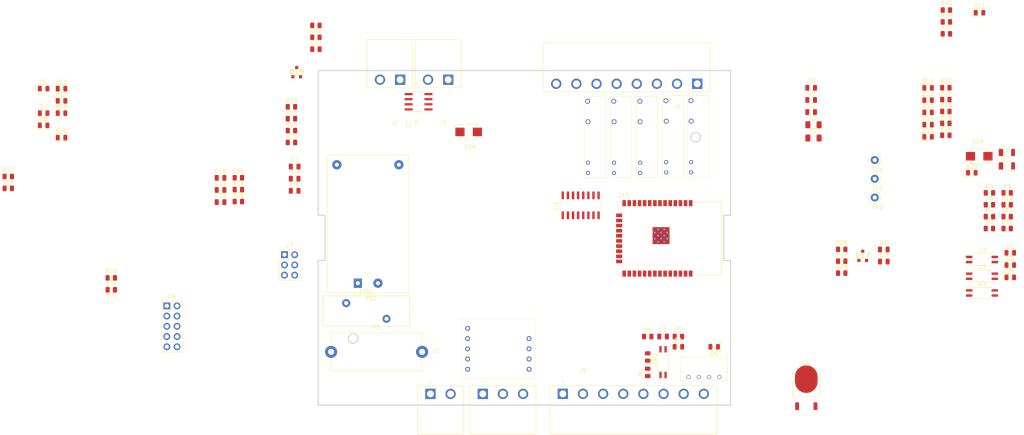
<source format=kicad_pcb>
(kicad_pcb (version 20221018) (generator pcbnew)
  (layers (0 "F.Cu" signal) (1 "In1.Cu" signal) (2 "In2.Cu" signal) (31 "B.Cu" signal) (34 "B.Paste" user) (35 "F.Paste" user) (36 "B.SilkS" user "B.Silkscreen") (37 "F.SilkS" user "F.Silkscreen") (38 "B.Mask" user) (39 "F.Mask" user) (44 "Edge.Cuts" user))
  (net 0 "")
  (net 1 "/Smart-Control-HVAC/CONTROL/INPUT_1_MICRO")
  (net 2 "GND")
  (net 3 "/Smart-Control-HVAC/CONTROL/INPUT_3_MICRO")
  (net 4 "/Smart-Control-HVAC/CONTROL/INPUT_2_MICRO")
  (net 5 "/Smart-Control-HVAC/CONTROL/INPUT_4_MICRO")
  (net 6 "+12V")
  (net 7 "Net-(D1-A)")
  (net 8 "Net-(D2-A)")
  (net 9 "Net-(D3-A)")
  (net 10 "Net-(D4-A)")
  (net 11 "Net-(D7-A)")
  (net 12 "/Smart-Control-HVAC/CON-DC-")
  (net 13 "Net-(D8-A)")
  (net 14 "Net-(D10-A)")
  (net 15 "Net-(D11-K)")
  (net 16 "Net-(D11-A)")
  (net 17 "Net-(D12-K)")
  (net 18 "Net-(D12-A)")
  (net 19 "Net-(D13-K)")
  (net 20 "Net-(D13-A)")
  (net 21 "Net-(D14-K)")
  (net 22 "Net-(D14-A)")
  (net 23 "Net-(D15-K)")
  (net 24 "Net-(D15-A)")
  (net 25 "Net-(U7-A)")
  (net 26 "Net-(U7-B)")
  (net 27 "Net-(U8-B)")
  (net 28 "Net-(U8-A)")
  (net 29 "/Smart-Control-HVAC/RGND")
  (net 31 "Net-(D20-A)")
  (net 32 "Net-(D21-A)")
  (net 33 "/Smart-Control-HVAC/CON-DC+")
  (net 34 "/Smart-Control-HVAC/CON-L1")
  (net 35 "Net-(PS1-AC{slash}N)")
  (net 36 "Net-(F4-Pad1)")
  (net 37 "/Smart-Control-HVAC/CON-A-")
  (net 38 "Net-(F5-Pad1)")
  (net 39 "/Smart-Control-HVAC/CON-B+")
  (net 40 "/Smart-Control-HVAC/CONTROL/RLY_OUT2_MICRO")
  (net 41 "/Smart-Control-HVAC/CONTROL/RLY_OUT1_MICRO")
  (net 42 "/Smart-Control-HVAC/CONTROL/RLY_FAN3_MICRO")
  (net 43 "/Smart-Control-HVAC/CONTROL/RLY_FAN2_MICRO")
  (net 44 "/Smart-Control-HVAC/CONTROL/RLY_FAN1_MICRO")
  (net 45 "/Smart-Control-HVAC/CONTROL/Tx_RS485_eXT")
  (net 46 "/Smart-Control-HVAC/CONTROL/Rx_RS485_eXT")
  (net 47 "/Smart-Control-HVAC/CONTROL/CON_RS485_eXT")
  (net 48 "/Smart-Control-HVAC/CONTROL/COM_RS485_LCD")
  (net 49 "/Smart-Control-HVAC/CONTROL/Tx_RS485_LCD")
  (net 50 "/Smart-Control-HVAC/CONTROL/Rx_RS485_lcd")
  (net 51 "/Smart-Control-HVAC/CON-NEUT")
  (net 52 "/Smart-Control-HVAC/CON-LCDA-")
  (net 53 "/Smart-Control-HVAC/CON-LCDB+")
  (net 54 "/Smart-Control-HVAC/CON-IN4-")
  (net 55 "/Smart-Control-HVAC/CON-IN4+")
  (net 56 "/Smart-Control-HVAC/CON-IN3-")
  (net 57 "/Smart-Control-HVAC/CON-IN3+")
  (net 58 "/Smart-Control-HVAC/CON-IN2-")
  (net 59 "/Smart-Control-HVAC/CON-IN2+")
  (net 60 "/Smart-Control-HVAC/CON-IN1-")
  (net 61 "/Smart-Control-HVAC/CON-IN1+")
  (net 62 "/Smart-Control-HVAC/CON-OUT2A")
  (net 63 "/Smart-Control-HVAC/CON-OUT2B")
  (net 64 "/Smart-Control-HVAC/CON-OUT1A")
  (net 65 "/Smart-Control-HVAC/CON-OUT1B")
  (net 66 "/Smart-Control-HVAC/CON-FAN3")
  (net 67 "/Smart-Control-HVAC/CON-FAN2")
  (net 68 "/Smart-Control-HVAC/CON-FAN1")
  (net 69 "/Smart-Control-HVAC/CON-FAN-C")
  (net 70 "EN")
  (net 71 "Net-(U10-IO32)")
  (net 72 "VDD")
  (net 73 "Net-(R3-Pad2)")
  (net 74 "Net-(R5-Pad2)")
  (net 75 "Net-(R9-Pad2)")
  (net 76 "Net-(R13-Pad2)")
  (net 77 "Net-(U7-DE)")
  (net 78 "Net-(U8-Vo)")
  (net 84 "Net-(D21-K)")
  (net 85 "Net-(U10-IO18)")
  (net 86 "MTD1")
  (net 87 "Net-(U10-IO19)")
  (net 88 "Net-(U10-IO21)")
  (net 89 "MTMS")
  (net 90 "MTCLK")
  (net 91 "MTD0")
  (net 92 "Net-(U6-Vin)")
  (net 104 "+3V3")
  (net 105 "GNDA")
  (footprint "SMBJ12CA:DIOM4336X265N" (layer "F.Cu") (at 134.62 78.74 180)
    (fp_text reference "D16" (at -0.38 -3.6975) (layer "F.SilkS"))
    (fp_text value "SMBJ12CA")
    (pad "1" smd rect (at -2.165 0 180) (size 2.28 2.12) (layers "F.Cu" "F.Paste" "F.Mask") (net 25 "Net-(U7-A)"))
    (pad "2" smd rect (at 2.165 0 180) (size 2.28 2.12) (layers "F.Cu" "F.Paste" "F.Mask") (net 26 "Net-(U7-B)"))
  )
  (footprint "Capacitor_SMD:C_0805_2012Metric" (layer "F.Cu") (at 219.6475 70.8)
    (fp_text reference "C6" (at 0 -1.68) (layer "F.SilkS"))
    (fp_text value "2.2uF/25V")
    (pad "1" smd roundrect (at -0.95 0) (size 1 1.45) (layers "F.Cu" "F.Paste" "F.Mask") (net 72 "VDD"))
    (pad "2" smd roundrect (at 0.95 0) (size 1 1.45) (layers "F.Cu" "F.Paste" "F.Mask") (net 2 "GND"))
  )
  (footprint "Diode_SMD:D_0805_2012Metric" (layer "F.Cu") (at 29.095 67.99)
    (fp_text reference "D5" (at 0 -1.65) (layer "F.SilkS"))
    (fp_text value "1SMA5918BT3G")
    (pad "1" smd roundrect (at -0.9375 0) (size 0.975 1.4) (layers "F.Cu" "F.Paste" "F.Mask") (net 72 "VDD"))
    (pad "2" smd roundrect (at 0.9375 0) (size 0.975 1.4) (layers "F.Cu" "F.Paste" "F.Mask") (net 2 "GND"))
  )
  (footprint "Resistor_SMD:R_0805_2012Metric" (layer "F.Cu") (at 253.0875 73.66)
    (fp_text reference "R23" (at 0 -1.65) (layer "F.SilkS"))
    (fp_text value "R")
    (pad "1" smd roundrect (at -0.9125 0) (size 1.025 1.4) (layers "F.Cu" "F.Paste" "F.Mask") (roundrect_rratio 0.243902) (net 20 "Net-(D13-A)"))
    (pad "2" smd roundrect (at 0.9125 0) (size 1.025 1.4) (layers "F.Cu" "F.Paste" "F.Mask") (roundrect_rratio 0.243902) (net 6 "+12V"))
  )
  (footprint "Huellas:AZ921" (layer "F.Cu") (at 164.379 82.01 90)
    (fp_text reference "K3" hide)
    (fp_text value "~")
    (pad "1" thru_hole circle (at -6.9 -0.14 90) (size 1 1) (drill 0.6) (layers "*.Cu" "*.Mask") (net 6 "+12V"))
    (pad "2" thru_hole circle (at -4.36 -0.14 90) (size 1 1) (drill 0.6) (layers "*.Cu" "*.Mask") (net 19 "Net-(D13-K)"))
    (pad "3" thru_hole circle (at 5.8 -0.14 90) (size 1.2 1.2) (drill 0.8) (layers "*.Cu" "*.Mask") (net 69 "/Smart-Control-HVAC/CON-FAN-C"))
    (pad "4" thru_hole circle (at 10.88 -0.21 90) (size 1.2 1.2) (drill 0.8) (layers "*.Cu" "*.Mask") (net 68 "/Smart-Control-HVAC/CON-FAN1"))
  )
  (footprint "Capacitor_SMD:C_0805_2012Metric" (layer "F.Cu") (at 237.6875 107.92)
    (fp_text reference "C8" (at 0 -1.68) (layer "F.SilkS"))
    (fp_text value "1uF/25V")
    (pad "1" smd roundrect (at -0.95 0) (size 1 1.45) (layers "F.Cu" "F.Paste" "F.Mask") (net 72 "VDD"))
    (pad "2" smd roundrect (at 0.95 0) (size 1 1.45) (layers "F.Cu" "F.Paste" "F.Mask") (net 2 "GND"))
  )
  (footprint "Resistor_SMD:R_0805_2012Metric" (layer "F.Cu") (at 253.2225 54.385)
    (fp_text reference "R51" (at 0 -1.65) (layer "F.SilkS"))
    (fp_text value "1K")
    (pad "1" smd roundrect (at -0.9125 0) (size 1.025 1.4) (layers "F.Cu" "F.Paste" "F.Mask") (roundrect_rratio 0.243902) (net 72 "VDD"))
    (pad "2" smd roundrect (at 0.9125 0) (size 1.025 1.4) (layers "F.Cu" "F.Paste" "F.Mask") (roundrect_rratio 0.243902) (net 92 "Net-(U6-Vin)"))
  )
  (footprint "Resistor_SMD:R_0805_2012Metric" (layer "F.Cu") (at 96.695 55.245)
    (fp_text reference "R32" (at 0 -1.65) (layer "F.SilkS"))
    (fp_text value "2.2K")
    (pad "1" smd roundrect (at -0.9125 0) (size 1.025 1.4) (layers "F.Cu" "F.Paste" "F.Mask") (roundrect_rratio 0.243902) (net 27 "Net-(U8-B)"))
    (pad "2" smd roundrect (at 0.9125 0) (size 1.025 1.4) (layers "F.Cu" "F.Paste" "F.Mask") (roundrect_rratio 0.243902) (net 38 "Net-(F5-Pad1)"))
  )
  (footprint "Resistor_SMD:R_0805_2012Metric" (layer "F.Cu") (at 253.0875 67.76)
    (fp_text reference "R21" (at 0 -1.65) (layer "F.SilkS"))
    (fp_text value "R")
    (pad "1" smd roundrect (at -0.9125 0) (size 1.025 1.4) (layers "F.Cu" "F.Paste" "F.Mask") (roundrect_rratio 0.243902) (net 16 "Net-(D11-A)"))
    (pad "2" smd roundrect (at 0.9125 0) (size 1.025 1.4) (layers "F.Cu" "F.Paste" "F.Mask") (roundrect_rratio 0.243902) (net 6 "+12V"))
  )
  (footprint "TestPoint:TestPoint_Loop_D1.80mm_Drill1.0mm_Beaded" (layer "F.Cu") (at 235.4425 95.025)
    (fp_text reference "TP3" (at 0.7 2.5) (layer "F.SilkS"))
    (fp_text value "TestPoint")
    (pad "1" thru_hole circle (at 0 0) (size 2 2) (drill 1) (layers "*.Cu" "*.Mask") (net 6 "+12V"))
  )
  (footprint "SMBJ12CA:DIOM4336X265N" (layer "F.Cu") (at 261.3725 84.7725)
    (fp_text reference "D18" (at -0.38 -3.6975) (layer "F.SilkS"))
    (fp_text value "SMBJ12CA")
    (pad "1" smd rect (at -2.165 0) (size 2.28 2.12) (layers "F.Cu" "F.Paste" "F.Mask") (net 27 "Net-(U8-B)"))
    (pad "2" smd rect (at 2.165 0) (size 2.28 2.12) (layers "F.Cu" "F.Paste" "F.Mask") (net 28 "Net-(U8-A)"))
  )
  (footprint "RF_Module:ESP32-WROOM-32" (layer "F.Cu") (at 181.488 105.169 -90)
    (fp_text reference "U10" (at -10.61 8.43) (layer "F.SilkS"))
    (fp_text value "ESP32-WROOM-32")
    (pad "1" smd rect (at -8.75 -8.25 270) (size 1.5 0.9) (layers "F.Cu" "F.Paste" "F.Mask") (net 2 "GND"))
    (pad "2" smd rect (at -8.75 -6.98 270) (size 1.5 0.9) (layers "F.Cu" "F.Paste" "F.Mask") (net 72 "VDD"))
    (pad "3" smd rect (at -8.75 -5.71 270) (size 1.5 0.9) (layers "F.Cu" "F.Paste" "F.Mask") (net 70 "EN"))
    (pad "4" smd rect (at -8.75 -4.44 270) (size 1.5 0.9) (layers "F.Cu" "F.Paste" "F.Mask"))
    (pad "5" smd rect (at -8.75 -3.17 270) (size 1.5 0.9) (layers "F.Cu" "F.Paste" "F.Mask"))
    (pad "6" smd rect (at -8.75 -1.9 270) (size 1.5 0.9) (layers "F.Cu" "F.Paste" "F.Mask") (net 48 "/Smart-Control-HVAC/CONTROL/COM_RS485_LCD"))
    (pad "7" smd rect (at -8.75 -0.63 270) (size 1.5 0.9) (layers "F.Cu" "F.Paste" "F.Mask") (net 47 "/Smart-Control-HVAC/CONTROL/CON_RS485_eXT"))
    (pad "8" smd rect (at -8.75 0.64 270) (size 1.5 0.9) (layers "F.Cu" "F.Paste" "F.Mask") (net 71 "Net-(U10-IO32)"))
    (pad "9" smd rect (at -8.75 1.91 270) (size 1.5 0.9) (layers "F.Cu" "F.Paste" "F.Mask") (net 84 "Net-(D21-K)"))
    (pad "10" smd rect (at -8.75 3.18 270) (size 1.5 0.9) (layers "F.Cu" "F.Paste" "F.Mask") (net 44 "/Smart-Control-HVAC/CONTROL/RLY_FAN1_MICRO"))
    (pad "11" smd rect (at -8.75 4.45 270) (size 1.5 0.9) (layers "F.Cu" "F.Paste" "F.Mask") (net 43 "/Smart-Control-HVAC/CONTROL/RLY_FAN2_MICRO"))
    (pad "12" smd rect (at -8.75 5.72 270) (size 1.5 0.9) (layers "F.Cu" "F.Paste" "F.Mask") (net 42 "/Smart-Control-HVAC/CONTROL/RLY_FAN3_MICRO"))
    (pad "13" smd rect (at -8.75 6.99 270) (size 1.5 0.9) (layers "F.Cu" "F.Paste" "F.Mask") (net 89 "MTMS"))
    (pad "14" smd rect (at -8.75 8.26 270) (size 1.5 0.9) (layers "F.Cu" "F.Paste" "F.Mask") (net 86 "MTD1"))
    (pad "15" smd rect (at -5.71 9.51) (size 1.5 0.9) (layers "F.Cu" "F.Paste" "F.Mask") (net 2 "GND"))
    (pad "16" smd rect (at -4.44 9.51) (size 1.5 0.9) (layers "F.Cu" "F.Paste" "F.Mask") (net 90 "MTCLK"))
    (pad "17" smd rect (at -3.17 9.51) (size 1.5 0.9) (layers "F.Cu" "F.Paste" "F.Mask"))
    (pad "18" smd rect (at -1.9 9.51) (size 1.5 0.9) (layers "F.Cu" "F.Paste" "F.Mask"))
    (pad "19" smd rect (at -0.63 9.51) (size 1.5 0.9) (layers "F.Cu" "F.Paste" "F.Mask"))
    (pad "20" smd rect (at 0.64 9.51) (size 1.5 0.9) (layers "F.Cu" "F.Paste" "F.Mask"))
    (pad "21" smd rect (at 1.91 9.51) (size 1.5 0.9) (layers "F.Cu" "F.Paste" "F.Mask"))
    (pad "22" smd rect (at 3.18 9.51) (size 1.5 0.9) (layers "F.Cu" "F.Paste" "F.Mask"))
    (pad "23" smd rect (at 4.45 9.51) (size 1.5 0.9) (layers "F.Cu" "F.Paste" "F.Mask") (net 91 "MTD0"))
    (pad "24" smd rect (at 5.72 9.51) (size 1.5 0.9) (layers "F.Cu" "F.Paste" "F.Mask") (net 5 "/Smart-Control-HVAC/CONTROL/INPUT_4_MICRO"))
    (pad "25" smd rect (at 8.75 8.26 270) (size 1.5 0.9) (layers "F.Cu" "F.Paste" "F.Mask") (net 1 "/Smart-Control-HVAC/CONTROL/INPUT_1_MICRO"))
    (pad "26" smd rect (at 8.75 6.99 270) (size 1.5 0.9) (layers "F.Cu" "F.Paste" "F.Mask") (net 3 "/Smart-Control-HVAC/CONTROL/INPUT_3_MICRO"))
    (pad "27" smd rect (at 8.75 5.72 270) (size 1.5 0.9) (layers "F.Cu" "F.Paste" "F.Mask") (net 50 "/Smart-Control-HVAC/CONTROL/Rx_RS485_lcd"))
    (pad "28" smd rect (at 8.75 4.45 270) (size 1.5 0.9) (layers "F.Cu" "F.Paste" "F.Mask") (net 49 "/Smart-Control-HVAC/CONTROL/Tx_RS485_LCD"))
    (pad "29" smd rect (at 8.75 3.18 270) (size 1.5 0.9) (layers "F.Cu" "F.Paste" "F.Mask") (net 4 "/Smart-Control-HVAC/CONTROL/INPUT_2_MICRO"))
    (pad "30" smd rect (at 8.75 1.91 270) (size 1.5 0.9) (layers "F.Cu" "F.Paste" "F.Mask") (net 85 "Net-(U10-IO18)"))
    (pad "31" smd rect (at 8.75 0.64 270) (size 1.5 0.9) (layers "F.Cu" "F.Paste" "F.Mask") (net 87 "Net-(U10-IO19)"))
    (pad "32" smd rect (at 8.75 -0.63 270) (size 1.5 0.9) (layers "F.Cu" "F.Paste" "F.Mask"))
    (pad "33" smd rect (at 8.75 -1.9 270) (size 1.5 0.9) (layers "F.Cu" "F.Paste" "F.Mask") (net 88 "Net-(U10-IO21)"))
    (pad "34" smd rect (at 8.75 -3.17 270) (size 1.5 0.9) (layers "F.Cu" "F.Paste" "F.Mask") (net 46 "/Smart-Control-HVAC/CONTROL/Rx_RS485_eXT"))
    (pad "35" smd rect (at 8.75 -4.44 270) (size 1.5 0.9) (layers "F.Cu" "F.Paste" "F.Mask") (net 45 "/Smart-Control-HVAC/CONTROL/Tx_RS485_eXT"))
    (pad "36" smd rect (at 8.75 -5.71 270) (size 1.5 0.9) (layers "F.Cu" "F.Paste" "F.Mask") (net 41 "/Smart-Control-HVAC/CONTROL/RLY_OUT1_MICRO"))
    (pad "37" smd rect (at 8.75 -6.98 270) (size 1.5 0.9) (layers "F.Cu" "F.Paste" "F.Mask") (net 40 "/Smart-Control-HVAC/CONTROL/RLY_OUT2_MICRO"))
    (pad "38" smd rect (at 8.75 -8.25 270) (size 1.5 0.9) (layers "F.Cu" "F.Paste" "F.Mask") (net 2 "GND"))
    (pad "39" smd rect (at -2.205 -2.435 270) (size 1.05 1.05) (layers "F.Cu" "F.Paste") (net 2 "GND"))
    (pad "39" thru_hole circle (at -2.205 -1.6725 270) (size 0.6 0.6) (drill 0.2) (property pad_prop_heatsink) (layers "*.Cu" "F.Mask") (net 2 "GND"))
    (pad "39" smd rect (at -2.205 -0.91 270) (size 1.05 1.05) (layers "F.Cu" "F.Paste") (net 2 "GND"))
    (pad "39" thru_hole circle (at -2.205 -0.1475 270) (size 0.6 0.6) (drill 0.2) (property pad_prop_heatsink) (layers "*.Cu" "F.Mask") (net 2 "GND"))
    (pad "39" smd rect (at -2.205 0.615 270) (size 1.05 1.05) (layers "F.Cu" "F.Paste") (net 2 "GND"))
    (pad "39" thru_hole circle (at -1.4425 -2.435 270) (size 0.6 0.6) (drill 0.2) (property pad_prop_heatsink) (layers "*.Cu" "F.Mask") (net 2 "GND"))
    (pad "39" thru_hole circle (at -1.4425 -0.91 270) (size 0.6 0.6) (drill 0.2) (property pad_prop_heatsink) (layers "*.Cu" "F.Mask") (net 2 "GND"))
    (pad "39" thru_hole circle (at -1.4425 0.615 270) (size 0.6 0.6) (drill 0.2) (property pad_prop_heatsink) (layers "*.Cu" "F.Mask") (net 2 "GND"))
    (pad "39" smd rect (at -0.68 -2.435 270) (size 1.05 1.05) (layers "F.Cu" "F.Paste") (net 2 "GND"))
    (pad "39" thru_hole circle (at -0.68 -1.6725 270) (size 0.6 0.6) (drill 0.2) (property pad_prop_heatsink) (layers "*.Cu" "F.Mask") (net 2 "GND"))
    (pad "39" smd rect (at -0.68 -0.91 270) (size 1.05 1.05) (layers "F.Cu" "F.Paste") (net 2 "GND"))
    (pad "39" smd rect (at -0.68 -0.91 270) (size 4.2 4.2) (layers "F.Cu" "F.Mask") (net 2 "GND"))
    (pad "39" thru_hole circle (at -0.68 -0.1475 270) (size 0.6 0.6) (drill 0.2) (property pad_prop_heatsink) (layers "*.Cu" "F.Mask") (net 2 "GND"))
    (pad "39" smd rect (at -0.68 0.615 270) (size 1.05 1.05) (layers "F.Cu" "F.Paste") (net 2 "GND"))
    (pad "39" thru_hole circle (at 0.0825 -2.435 270) (size 0.6 0.6) (drill 0.2) (property pad_prop_heatsink) (layers "*.Cu" "F.Mask") (net 2 "GND"))
    (pad "39" thru_hole circle (at 0.0825 -0.91 270) (size 0.6 0.6) (drill 0.2) (property pad_prop_heatsink) (layers "*.Cu" "F.Mask") (net 2 "GND"))
    (pad "39" thru_hole circle (at 0.0825 0.615 270) (size 0.6 0.6) (drill 0.2) (property pad_prop_heatsink) (layers "*.Cu" "F.Mask") (net 2 "GND"))
    (pad "39" smd rect (at 0.845 -2.435 270) (size 1.05 1.05) (layers "F.Cu" "F.Paste") (net 2 "GND"))
    (pad "39" thru_hole circle (at 0.845 -1.6725 270) (size 0.6 0.6) (drill 0.2) (property pad_prop_heatsink) (layers "*.Cu" "F.Mask") (net 2 "GND"))
    (pad "39" smd rect (at 0.845 -0.91 270) (size 1.05 1.05) (layers "F.Cu" "F.Paste") (net 2 "GND"))
    (pad "39" thru_hole circle (at 0.845 -0.1475 270) (size 0.6 0.6) (drill 0.2) (property pad_prop_heatsink) (layers "*.Cu" "F.Mask") (net 2 "GND"))
    (pad "39" smd rect (at 0.845 0.615 270) (size 1.05 1.05) (layers "F.Cu" "F.Paste") (net 2 "GND"))
  )
  (footprint "Package_SO:SOP-4_4.4x2.6mm_P1.27mm" (layer "F.Cu") (at 262.0675 110.42)
    (fp_text reference "U2" (at 0 -2.25) (layer "F.SilkS"))
    (fp_text value "FODM214")
    (pad "1" smd roundrect (at -3.1875 -0.635) (size 1.625 0.6) (layers "F.Cu" "F.Paste" "F.Mask") (net 74 "Net-(R5-Pad2)"))
    (pad "2" smd roundrect (at -3.1875 0.635) (size 1.625 0.6) (layers "F.Cu" "F.Paste" "F.Mask") (net 57 "/Smart-Control-HVAC/CON-IN3+"))
    (pad "3" smd roundrect (at 3.1875 0.635) (size 1.625 0.6) (layers "F.Cu" "F.Paste" "F.Mask") (net 2 "GND"))
    (pad "4" smd roundrect (at 3.1875 -0.635) (size 1.625 0.6) (layers "F.Cu" "F.Paste" "F.Mask") (net 3 "/Smart-Control-HVAC/CONTROL/INPUT_3_MICRO"))
  )
  (footprint "SP485ECN-L:SOIC127P600X175-8N" (layer "F.Cu") (at 122.174 71.247 180)
    (fp_text reference "U7" (at 1.757645 -5.502165 180) (layer "F.SilkS") (effects (font (size 1.644717 1.644717))))
    (fp_text value "SP485ECN-L")
    (pad "1" smd rect (at -2.4638 -1.905 180) (size 1.9812 0.5588) (layers "F.Cu" "F.Paste" "F.Mask") (net 49 "/Smart-Control-HVAC/CONTROL/Tx_RS485_LCD"))
    (pad "2" smd rect (at -2.4638 -0.635 180) (size 1.9812 0.5588) (layers "F.Cu" "F.Paste" "F.Mask") (net 77 "Net-(U7-DE)"))
    (pad "3" smd rect (at -2.4638 0.635 180) (size 1.9812 0.5588) (layers "F.Cu" "F.Paste" "F.Mask") (net 77 "Net-(U7-DE)"))
    (pad "4" smd rect (at -2.4638 1.905 180) (size 1.9812 0.5588) (layers "F.Cu" "F.Paste" "F.Mask") (net 50 "/Smart-Control-HVAC/CONTROL/Rx_RS485_lcd"))
    (pad "5" smd rect (at 2.4638 1.905 180) (size 1.9812 0.5588) (layers "F.Cu" "F.Paste" "F.Mask") (net 2 "GND"))
    (pad "6" smd rect (at 2.4638 0.635 180) (size 1.9812 0.5588) (layers "F.Cu" "F.Paste" "F.Mask") (net 25 "Net-(U7-A)"))
    (pad "7" smd rect (at 2.4638 -0.635 180) (size 1.9812 0.5588) (layers "F.Cu" "F.Paste" "F.Mask") (net 26 "Net-(U7-B)"))
    (pad "8" smd rect (at 2.4638 -1.905 180) (size 1.9812 0.5588) (layers "F.Cu" "F.Paste" "F.Mask") (net 72 "VDD"))
  )
  (footprint "Resistor_SMD:R_0805_2012Metric" (layer "F.Cu") (at 253.0875 79.56)
    (fp_text reference "R25" (at 0 -1.65) (layer "F.SilkS"))
    (fp_text value "R")
    (pad "1" smd roundrect (at -0.9125 0) (size 1.025 1.4) (layers "F.Cu" "F.Paste" "F.Mask") (roundrect_rratio 0.243902) (net 24 "Net-(D15-A)"))
    (pad "2" smd roundrect (at 0.9125 0) (size 1.025 1.4) (layers "F.Cu" "F.Paste" "F.Mask") (roundrect_rratio 0.243902) (net 6 "+12V"))
  )
  (footprint "Capacitor_SMD:C_0805_2012Metric" (layer "F.Cu") (at 73.0165 90.142)
    (fp_text reference "C10" (at 0 -1.68) (layer "F.SilkS"))
    (fp_text value "0.1uF")
    (pad "1" smd roundrect (at -0.95 0) (size 1 1.45) (layers "F.Cu" "F.Paste" "F.Mask") (net 72 "VDD"))
    (pad "2" smd roundrect (at 0.95 0) (size 1 1.45) (layers "F.Cu" "F.Paste" "F.Mask") (net 70 "EN"))
  )
  (footprint "TBP04R12-500-02BE:CUI_TBP04R12-500-02BE" (layer "F.Cu") (at 117.602 65.7675 180)
    (fp_text reference "J1" (at 1.335 -10.745 180) (layer "F.SilkS"))
    (fp_text value "TBP04R12-500-02BE")
    (pad "1" thru_hole rect (at 0 0 180) (size 2.55 2.55) (drill 1.7) (layers "*.Cu" "*.Mask") (net 33 "/Smart-Control-HVAC/CON-DC+"))
    (pad "2" thru_hole circle (at 5 0 180) (size 2.55 2.55) (drill 1.7) (layers "*.Cu" "*.Mask") (net 12 "/Smart-Control-HVAC/CON-DC-"))
  )
  (footprint "Resistor_SMD:R_0805_2012Metric" (layer "F.Cu") (at 20.32 92.75)
    (fp_text reference "R48" (at 0 -1.65) (layer "F.SilkS"))
    (fp_text value "100K")
    (pad "1" smd roundrect (at -0.9125 0) (size 1.025 1.4) (layers "F.Cu" "F.Paste" "F.Mask") (roundrect_rratio 0.243902) (net 72 "VDD"))
    (pad "2" smd roundrect (at 0.9125 0) (size 1.025 1.4) (layers "F.Cu" "F.Paste" "F.Mask") (roundrect_rratio 0.243902) (net 89 "MTMS"))
  )
  (footprint "Capacitor_SMD:C_0805_2012Metric" (layer "F.Cu") (at 237.6875 110.93)
    (fp_text reference "C9" (at 0 -1.68) (layer "F.SilkS"))
    (fp_text value "0.1uF/50V")
    (pad "1" smd roundrect (at -0.95 0) (size 1 1.45) (layers "F.Cu" "F.Paste" "F.Mask") (net 72 "VDD"))
    (pad "2" smd roundrect (at 0.95 0) (size 1 1.45) (layers "F.Cu" "F.Paste" "F.Mask") (net 2 "GND"))
  )
  (footprint "Resistor_SMD:R_0805_2012Metric" (layer "F.Cu") (at 90.625 72.505)
    (fp_text reference "R13" (at 0 -1.65) (layer "F.SilkS"))
    (fp_text value "330")
    (pad "1" smd roundrect (at -0.9125 0) (size 1.025 1.4) (layers "F.Cu" "F.Paste" "F.Mask") (roundrect_rratio 0.243902) (net 104 "+3V3"))
    (pad "2" smd roundrect (at 0.9125 0) (size 1.025 1.4) (layers "F.Cu" "F.Paste" "F.Mask") (roundrect_rratio 0.243902) (net 76 "Net-(R13-Pad2)"))
  )
  (footprint "Resistor_SMD:R_0805_2012Metric" (layer "F.Cu") (at 179.07 138.43 90)
    (fp_text reference "R4" (at 0 -1.65 90) (layer "F.SilkS"))
    (fp_text value "10")
    (pad "1" smd roundrect (at -0.9125 0 90) (size 1.025 1.4) (layers "F.Cu" "F.Paste" "F.Mask") (roundrect_rratio 0.243902) (net 60 "/Smart-Control-HVAC/CON-IN1-"))
    (pad "2" smd roundrect (at 0.9125 0 90) (size 1.025 1.4) (layers "F.Cu" "F.Paste" "F.Mask") (roundrect_rratio 0.243902) (net 105 "GNDA"))
  )
  (footprint "Resistor_SMD:R_0805_2012Metric" (layer "F.Cu") (at 20.32 89.8)
    (fp_text reference "R47" (at 0 -1.65) (layer "F.SilkS"))
    (fp_text value "470")
    (pad "1" smd roundrect (at -0.9125 0) (size 1.025 1.4) (layers "F.Cu" "F.Paste" "F.Mask") (roundrect_rratio 0.243902) (net 32 "Net-(D21-A)"))
    (pad "2" smd roundrect (at 0.9125 0) (size 1.025 1.4) (layers "F.Cu" "F.Paste" "F.Mask") (roundrect_rratio 0.243902) (net 72 "VDD"))
  )
  (footprint "Resistor_SMD:R_0805_2012Metric" (layer "F.Cu") (at 227.2375 110.84)
    (fp_text reference "R27" (at 0 -1.65) (layer "F.SilkS"))
    (fp_text value "10/1%")
    (pad "1" smd roundrect (at -0.9125 0) (size 1.025 1.4) (layers "F.Cu" "F.Paste" "F.Mask") (roundrect_rratio 0.243902) (net 25 "Net-(U7-A)"))
    (pad "2" smd roundrect (at 0.9125 0) (size 1.025 1.4) (layers "F.Cu" "F.Paste" "F.Mask") (roundrect_rratio 0.243902) (net 53 "/Smart-Control-HVAC/CON-LCDB+"))
  )
  (footprint "TestPoint:TestPoint_Loop_D1.80mm_Drill1.0mm_Beaded" (layer "F.Cu") (at 235.4425 85.725)
    (fp_text reference "TP1" (at 0.7 2.5) (layer "F.SilkS"))
    (fp_text value "TestPoint")
    (pad "1" thru_hole circle (at 0 0) (size 2 2) (drill 1) (layers "*.Cu" "*.Mask") (net 72 "VDD"))
  )
  (footprint "LED_SMD:LED_0805_2012Metric" (layer "F.Cu") (at 269.0875 108.755)
    (fp_text reference "D2" (at 0 -1.65) (layer "F.SilkS"))
    (fp_text value "LED")
    (pad "1" smd roundrect (at -0.9375 0) (size 0.975 1.4) (layers "F.Cu" "F.Paste" "F.Mask") (net 3 "/Smart-Control-HVAC/CONTROL/INPUT_3_MICRO"))
    (pad "2" smd roundrect (at 0.9375 0) (size 0.975 1.4) (layers "F.Cu" "F.Paste" "F.Mask") (net 8 "Net-(D2-A)"))
  )
  (footprint "Resistor_SMD:R_0805_2012Metric" (layer "F.Cu") (at 77.4465 96.012)
    (fp_text reference "R36" (at 0 -1.65) (layer "F.SilkS"))
    (fp_text value "22K")
    (pad "1" smd roundrect (at -0.9125 0) (size 1.025 1.4) (layers "F.Cu" "F.Paste" "F.Mask") (roundrect_rratio 0.243902) (net 72 "VDD"))
    (pad "2" smd roundrect (at 0.9125 0) (size 1.025 1.4) (layers "F.Cu" "F.Paste" "F.Mask") (roundrect_rratio 0.243902) (net 70 "EN"))
  )
  (footprint "SM712-02HTG:SM71202HTG" (layer "F.Cu") (at 232.4525 109.5)
    (fp_text reference "D17" (at 0 0) (layer "F.SilkS") (effects (font (size 1.27 1.27) (thickness 0.254))))
    (fp_text value "SM712-02HTG" hide)
    (pad "1" smd rect (at -0.95 1.145 90) (size 0.78 0.78) (layers "F.Cu" "F.Paste" "F.Mask") (net 25 "Net-(U7-A)"))
    (pad "2" smd rect (at 0.95 1.145 90) (size 0.78 0.78) (layers "F.Cu" "F.Paste" "F.Mask") (net 25 "Net-(U7-A)"))
    (pad "3" smd rect (at 0 -1.145 90) (size 0.78 0.78) (layers "F.Cu" "F.Paste" "F.Mask") (net 2 "GND"))
  )
  (footprint "LED_SMD:LED_0805_2012Metric" (layer "F.Cu") (at 269.0875 111.795)
    (fp_text reference "D3" (at 0 -1.65) (layer "F.SilkS"))
    (fp_text value "LED")
    (pad "1" smd roundrect (at -0.9375 0) (size 0.975 1.4) (layers "F.Cu" "F.Paste" "F.Mask") (net 4 "/Smart-Control-HVAC/CONTROL/INPUT_2_MICRO"))
    (pad "2" smd roundrect (at 0.9375 0) (size 0.975 1.4) (layers "F.Cu" "F.Paste" "F.Mask") (net 9 "Net-(D3-A)"))
  )
  (footprint "Package_SO:SOP-4_4.4x2.6mm_P1.27mm" (layer "F.Cu") (at 182.88 135.89 90)
    (fp_text reference "U1" (at 0 -2.25 90) (layer "F.SilkS"))
    (fp_text value "FODM214")
    (pad "1" smd roundrect (at -3.1875 -0.635 90) (size 1.625 0.6) (layers "F.Cu" "F.Paste" "F.Mask") (net 73 "Net-(R3-Pad2)"))
    (pad "2" smd roundrect (at -3.1875 0.635 90) (size 1.625 0.6) (layers "F.Cu" "F.Paste" "F.Mask") (net 61 "/Smart-Control-HVAC/CON-IN1+"))
    (pad "3" smd roundrect (at 3.1875 0.635 90) (size 1.625 0.6) (layers "F.Cu" "F.Paste" "F.Mask") (net 2 "GND"))
    (pad "4" smd roundrect (at 3.1875 -0.635 90) (size 1.625 0.6) (layers "F.Cu" "F.Paste" "F.Mask") (net 1 "/Smart-Control-HVAC/CONTROL/INPUT_1_MICRO"))
  )
  (footprint "Resistor_SMD:R_0805_2012Metric" (layer "F.Cu") (at 268.3175 96.82)
    (fp_text reference "R10" (at 0 -1.65) (layer "F.SilkS"))
    (fp_text value "10")
    (pad "1" smd roundrect (at -0.9125 0) (size 1.025 1.4) (layers "F.Cu" "F.Paste" "F.Mask") (roundrect_rratio 0.243902) (net 58 "/Smart-Control-HVAC/CON-IN2-"))
    (pad "2" smd roundrect (at 0.9125 0) (size 1.025 1.4) (layers "F.Cu" "F.Paste" "F.Mask") (roundrect_rratio 0.243902) (net 105 "GNDA"))
  )
  (footprint "Capacitor_SMD:C_0805_2012Metric" (layer "F.Cu") (at 182.88 129.54)
    (fp_text reference "C1" (at 0 -1.68) (layer "F.SilkS"))
    (fp_text value "0.1uF")
    (pad "1" smd roundrect (at -0.95 0) (size 1 1.45) (layers "F.Cu" "F.Paste" "F.Mask") (net 1 "/Smart-Control-HVAC/CONTROL/INPUT_1_MICRO"))
    (pad "2" smd roundrect (at 0.95 0) (size 1 1.45) (layers "F.Cu" "F.Paste" "F.Mask") (net 2 "GND"))
  )
  (footprint "Huellas:B0505S-W2R2" (layer "F.Cu") (at 194.31 144.69)
    (fp_text reference "U11" hide)
    (fp_text value "B0303S")
    (pad "1" thru_hole circle (at -5.08 -5.08) (size 1 1) (drill 0.762) (layers "*.Cu" "*.Mask") (net 2 "GND"))
    (pad "2" thru_hole circle (at -2.54 -5.08) (size 1 1) (drill 0.762) (layers "*.Cu" "*.Mask") (net 72 "VDD"))
    (pad "3" thru_hole circle (at 0 -5.08) (size 1 1) (drill 0.762) (layers "*.Cu" "*.Mask") (net 105 "GNDA"))
    (pad "4" thru_hole circle (at 2.54 -5.08) (size 1 1) (drill 0.762) (layers "*.Cu" "*.Mask") (net 104 "+3V3"))
  )
  (footprint "SM712-02HTG:SM71202HTG" (layer "F.Cu") (at 91.93 63.905)
    (fp_text reference "D19" (at 0 0) (layer "F.SilkS") (effects (font (size 1.27 1.27) (thickness 0.254))))
    (fp_text value "SM712-02HTG" hide)
    (pad "1" smd rect (at -0.95 1.145 90) (size 0.78 0.78) (layers "F.Cu" "F.Paste" "F.Mask") (net 27 "Net-(U8-B)"))
    (pad "2" smd rect (at 0.95 1.145 90) (size 0.78 0.78) (layers "F.Cu" "F.Paste" "F.Mask") (net 28 "Net-(U8-A)"))
    (pad "3" smd rect (at 0 -1.145 90) (size 0.78 0.78) (layers "F.Cu" "F.Paste" "F.Mask") (net 29 "/Smart-Control-HVAC/RGND"))
  )
  (footprint "Huellas:AZ921" (layer "F.Cu") (at 183.81 81.883 90)
    (fp_text reference "K1" hide)
    (fp_text value "~")
    (pad "1" thru_hole circle (at -6.9 -0.14 90) (size 1 1) (drill 0.6) (layers "*.Cu" "*.Mask") (net 6 "+12V"))
    (pad "2" thru_hole circle (at -4.36 -0.14 90) (size 1 1) (drill 0.6) (layers "*.Cu" "*.Mask") (net 15 "Net-(D11-K)"))
    (pad "3" thru_hole circle (at 5.8 -0.14 90) (size 1.2 1.2) (drill 0.8) (layers "*.Cu" "*.Mask") (net 65 "/Smart-Control-HVAC/CON-OUT1B"))
    (pad "4" thru_hole circle (at 10.88 -0.21 90) (size 1.2 1.2) (drill 0.8) (layers "*.Cu" "*.Mask") (net 64 "/Smart-Control-HVAC/CON-OUT1A"))
  )
  (footprint "Fuse:Fuseholder_Cylinder-5x20mm_Stelvio-Kontek_PTF78_Horizontal_Open" (layer "F.Cu") (at 100.46 133.35)
    (fp_text reference "F3" (at 11.25 -6) (layer "F.SilkS"))
    (fp_text value "Fuse")
    (pad "1" thru_hole circle (at 0 0) (size 3 3) (drill 1.5) (layers "*.Cu" "*.Mask") (net 34 "/Smart-Control-HVAC/CON-L1"))
    (pad "2" thru_hole circle (at 22.6 0) (size 3 3) (drill 1.5) (layers "*.Cu" "*.Mask") (net 35 "Net-(PS1-AC{slash}N)"))
  )
  (footprint "LED_SMD:LED_0805_2012Metric" (layer "F.Cu") (at 248.6775 70.845)
    (fp_text reference "D12" (at 0 -1.65) (layer "F.SilkS"))
    (fp_text value "LED")
    (pad "1" smd roundrect (at -0.9375 0) (size 0.975 1.4) (layers "F.Cu" "F.Paste" "F.Mask") (net 17 "Net-(D12-K)"))
    (pad "2" smd roundrect (at 0.9375 0) (size 0.975 1.4) (layers "F.Cu" "F.Paste" "F.Mask") (net 18 "Net-(D12-A)"))
  )
  (footprint "Resistor_SMD:R_0805_2012Metric" (layer "F.Cu") (at 96.695 58.195)
    (fp_text reference "R33" (at 0 -1.65) (layer "F.SilkS"))
    (fp_text value "2.2K")
    (pad "1" smd roundrect (at -0.9125 0) (size 1.025 1.4) (layers "F.Cu" "F.Paste" "F.Mask") (roundrect_rratio 0.243902) (net 29 "/Smart-Control-HVAC/RGND"))
    (pad "2" smd roundrect (at 0.9125 0) (size 1.025 1.4) (layers "F.Cu" "F.Paste" "F.Mask") (roundrect_rratio 0.243902) (net 27 "Net-(U8-B)"))
  )
  (footprint "Capacitor_SMD:C_0805_2012Metric" (layer "F.Cu") (at 219.6475 67.79)
    (fp_text reference "C5" (at 0 -1.68) (layer "F.SilkS"))
    (fp_text value "0.33uF/25V")
    (pad "1" smd roundrect (at -0.95 0) (size 1 1.45) (layers "F.Cu" "F.Paste" "F.Mask") (net 6 "+12V"))
    (pad "2" smd roundrect (at 0.95 0) (size 1 1.45) (layers "F.Cu" "F.Paste" "F.Mask") (net 2 "GND"))
  )
  (footprint "Resistor_SMD:R_0805_2012Metric" (layer "F.Cu") (at 90.625 78.405)
    (fp_text reference "R15" (at 0 -1.65) (layer "F.SilkS"))
    (fp_text value "10K")
    (pad "1" smd roundrect (at -0.9125 0) (size 1.025 1.4) (layers "F.Cu" "F.Paste" "F.Mask") (roundrect_rratio 0.243902) (net 72 "VDD"))
    (pad "2" smd roundrect (at 0.9125 0) (size 1.025 1.4) (layers "F.Cu" "F.Paste" "F.Mask") (roundrect_rratio 0.243902) (net 5 "/Smart-Control-HVAC/CONTROL/INPUT_4_MICRO"))
  )
  (footprint "LED_SMD:LED_0805_2012Metric" (layer "F.Cu") (at 248.6775 79.965)
    (fp_text reference "D15" (at 0 -1.65) (layer "F.SilkS"))
    (fp_text value "LED")
    (pad "1" smd roundrect (at -0.9375 0) (size 0.975 1.4) (layers "F.Cu" "F.Paste" "F.Mask") (net 23 "Net-(D15-K)"))
    (pad "2" smd roundrect (at 0.9375 0) (size 0.975 1.4) (layers "F.Cu" "F.Paste" "F.Mask") (net 24 "Net-(D15-A)"))
  )
  (footprint "Huellas:AZ921" (layer "F.Cu") (at 177.333 82.01 90)
    (fp_text reference "K5" hide)
    (fp_text value "~")
    (pad "1" thru_hole circle (at -6.9 -0.14 90) (size 1 1) (drill 0.6) (layers "*.Cu" "*.Mask") (net 6 "+12V"))
    (pad "2" thru_hole circle (at -4.36 -0.14 90) (size 1 1) (drill 0.6) (layers "*.Cu" "*.Mask") (net 23 "Net-(D15-K)"))
    (pad "3" thru_hole circle (at 5.8 -0.14 90) (size 1.2 1.2) (drill 0.8) (layers "*.Cu" "*.Mask") (net 69 "/Smart-Control-HVAC/CON-FAN-C"))
    (pad "4" thru_hole circle (at 10.88 -0.21 90) (size 1.2 1.2) (drill 0.8) (layers "*.Cu" "*.Mask") (net 66 "/Smart-Control-HVAC/CON-FAN3"))
  )
  (footprint "Resistor_SMD:R_0805_2012Metric" (layer "F.Cu") (at 268.3175 102.72)
    (fp_text reference "R12" (at 0 -1.65) (layer "F.SilkS"))
    (fp_text value "470")
    (pad "1" smd roundrect (at -0.9125 0) (size 1.025 1.4) (layers "F.Cu" "F.Paste" "F.Mask") (roundrect_rratio 0.243902) (net 72 "VDD"))
    (pad "2" smd roundrect (at 0.9125 0) (size 1.025 1.4) (layers "F.Cu" "F.Paste" "F.Mask") (roundrect_rratio 0.243902) (net 9 "Net-(D3-A)"))
  )
  (footprint "Connector_PinHeader_2.54mm:PinHeader_2x03_P2.54mm_Vertical" (layer "F.Cu") (at 88.9 109.22)
    (fp_text reference "J7" (at 1.27 -2.33) (layer "F.SilkS"))
    (fp_text value "~")
    (pad "1" thru_hole rect (at 0 0) (size 1.7 1.7) (drill 1) (layers "*.Cu" "*.Mask") (net 72 "VDD"))
    (pad "2" thru_hole oval (at 2.54 0) (size 1.7 1.7) (drill 1) (layers "*.Cu" "*.Mask") (net 85 "Net-(U10-IO18)"))
    (pad "3" thru_hole oval (at 0 2.54) (size 1.7 1.7) (drill 1) (layers "*.Cu" "*.Mask") (net 71 "Net-(U10-IO32)"))
    (pad "4" thru_hole oval (at 2.54 2.54) (size 1.7 1.7) (drill 1) (layers "*.Cu" "*.Mask") (net 87 "Net-(U10-IO19)"))
    (pad "5" thru_hole oval (at 0 5.08) (size 1.7 1.7) (drill 1) (layers "*.Cu" "*.Mask") (net 2 "GND"))
    (pad "6" thru_hole oval (at 2.54 5.08) (size 1.7 1.7) (drill 1) (layers "*.Cu" "*.Mask") (net 88 "Net-(U10-IO21)"))
  )
  (footprint "Resistor_SMD:R_0805_2012Metric" (layer "F.Cu") (at 45.895 114.975)
    (fp_text reference "R29" (at 0 -1.65) (layer "F.SilkS"))
    (fp_text value "2.2K")
    (pad "1" smd roundrect (at -0.9125 0) (size 1.025 1.4) (layers "F.Cu" "F.Paste" "F.Mask") (roundrect_rratio 0.243902) (net 78 "Net-(U8-Vo)"))
    (pad "2" smd roundrect (at 0.9125 0) (size 1.025 1.4) (layers "F.Cu" "F.Paste" "F.Mask") (roundrect_rratio 0.243902) (net 31 "Net-(D20-A)"))
  )
  (footprint "Resistor_SMD:R_0805_2012Metric" (layer "F.Cu") (at 268.3175 99.77)
    (fp_text reference "R11" (at 0 -1.65) (layer "F.SilkS"))
    (fp_text value "10K")
    (pad "1" smd roundrect (at -0.9125 0) (size 1.025 1.4) (layers "F.Cu" "F.Paste" "F.Mask") (roundrect_rratio 0.243902) (net 72 "VDD"))
    (pad "2" smd roundrect (at 0.9125 0) (size 1.025 1.4) (layers "F.Cu" "F.Paste" "F.Mask") (roundrect_rratio 0.243902) (net 4 "/Smart-Control-HVAC/CONTROL/INPUT_2_MICRO"))
  )
  (footprint "Diode_SMD:D_0805_2012Metric" (layer "F.Cu") (at 33.545 67.99)
    (fp_text reference "D10" (at 0 -1.65) (layer "F.SilkS"))
    (fp_text value "LED")
    (pad "1" smd roundrect (at -0.9375 0) (size 0.975 1.4) (layers "F.Cu" "F.Paste" "F.Mask") (net 2 "GND"))
    (pad "2" smd roundrect (at 0.9375 0) (size 0.975 1.4) (layers "F.Cu" "F.Paste" "F.Mask") (net 14 "Net-(D10-A)"))
  )
  (footprint "Resistor_SMD:R_0805_2012Metric" (layer "F.Cu") (at 96.695 52.295)
    (fp_text reference "R31" (at -50.8 66.93) (layer "F.SilkS"))
    (fp_text value "2.2K")
    (pad "1" smd roundrect (at -0.9125 0) (size 1.025 1.4) (layers "F.Cu" "F.Paste" "F.Mask") (roundrect_rratio 0.243902) (net 28 "Net-(U8-A)"))
    (pad "2" smd roundrect (at 0.9125 0) (size 1.025 1.4) (layers "F.Cu" "F.Paste" "F.Mask") (roundrect_rratio 0.243902) (net 36 "Net-(F4-Pad1)"))
  )
  (footprint "Package_SO:SOP-4_4.4x2.6mm_P1.27mm" (layer "F.Cu") (at 262.0675 114.57)
    (fp_text reference "U3" (at 0 -2.25) (layer "F.SilkS"))
    (fp_text value "FODM214")
    (pad "1" smd roundrect (at -3.1875 -0.635) (size 1.625 0.6) (layers "F.Cu" "F.Paste" "F.Mask") (net 75 "Net-(R9-Pad2)"))
    (pad "2" smd roundrect (at -3.1875 0.635) (size 1.625 0.6) (layers "F.Cu" "F.Paste" "F.Mask") (net 59 "/Smart-Control-HVAC/CON-IN2+"))
    (pad "3" smd roundrect (at 3.1875 0.635) (size 1.625 0.6) (layers "F.Cu" "F.Paste" "F.Mask") (net 2 "GND"))
    (pad "4" smd roundrect (at 3.1875 -0.635) (size 1.625 0.6) (layers "F.Cu" "F.Paste" "F.Mask") (net 4 "/Smart-Control-HVAC/CONTROL/INPUT_2_MICRO"))
  )
  (footprint "Package_SO:SOIC-16_3.9x9.9mm_P1.27mm" (layer "F.Cu") (at 162.433 96.963 90)
    (fp_text reference "U9" (at 0 -5.9 90) (layer "F.SilkS"))
    (fp_text value "ULN2003A")
    (pad "1" smd roundrect (at -2.475 -4.445 90) (size 1.95 0.6) (layers "F.Cu" "F.Paste" "F.Mask") (net 41 "/Smart-Control-HVAC/CONTROL/RLY_OUT1_MICRO"))
    (pad "2" smd roundrect (at -2.475 -3.175 90) (size 1.95 0.6) (layers "F.Cu" "F.Paste" "F.Mask") (net 40 "/Smart-Control-HVAC/CONTROL/RLY_OUT2_MICRO"))
    (pad "3" smd roundrect (at -2.475 -1.905 90) (size 1.95 0.6) (layers "F.Cu" "F.Paste" "F.Mask") (net 42 "/Smart-Control-HVAC/CONTROL/RLY_FAN3_MICRO"))
    (pad "4" smd roundrect (at -2.475 -0.635 90) (size 1.95 0.6) (layers "F.Cu" "F.Paste" "F.Mask") (net 43 "/Smart-Control-HVAC/CONTROL/RLY_FAN2_MICRO"))
    (pad "5" smd roundrect (at -2.475 0.635 90) (size 1.95 0.6) (layers "F.Cu" "F.Paste" "F.Mask") (net 44 "/Smart-Control-HVAC/CONTROL/RLY_FAN1_MICRO"))
    (pad "6" smd roundrect (at -2.475 1.905 90) (size 1.95 0.6) (layers "F.Cu" "F.Paste" "F.Mask"))
    (pad "7" smd roundrect (at -2.475 3.175 90) (size 1.95 0.6) (layers "F.Cu" "F.Paste" "F.Mask"))
    (pad "8" smd roundrect (at -2.475 4.445 90) (size 1.95 0.6) (layers "F.Cu" "F.Paste" "F.Mask") (net 2 "GND"))
    (pad "9" smd roundrect (at 2.475 4.445 90) (size 1.95 0.6) (layers "F.Cu" "F.Paste" "F.Mask"))
    (pad "10" smd roundrect (at 2.475 3.175 90) (size 1.95 0.6) (layers "F.Cu" "F.Paste" "F.Mask"))
    (pad "11" smd roundrect (at 2.475 1.905 90) (size 1.95 0.6) (layers "F.Cu" "F.Paste" "F.Mask"))
    (pad "12" smd roundrect (at 2.475 0.635 90) (size 1.95 0.6) (layers "F.Cu" "F.Paste" "F.Mask") (net 23 "Net-(D15-K)"))
    (pad "13" smd roundrect (at 2.475 -0.635 90) (size 1.95 0.6) (layers "F.Cu" "F.Paste" "F.Mask") (net 21 "Net-(D14-K)"))
    (pad "14" smd roundrect (at 2.475 -1.905 90) (size 1.95 0.6) (layers "F.Cu" "F.Paste" "F.Mask") (net 19 "Net-(D13-K)"))
    (pad "15" smd roundrect (at 2.475 -3.175 90) (size 1.95 0.6) (layers "F.Cu" "F.Paste" "F.Mask") (net 17 "Net-(D12-K)"))
    (pad "16" smd roundrect (at 2.475 -4.445 90) (size 1.95 0.6) (layers "F.Cu" "F.Paste" "F.Mask") (net 15 "Net-(D11-K)"))
  )
  (footprint "Fuse:Fuse_1206_3216Metric" (layer "F.Cu") (at 220.2275 76.96)
    (fp_text reference "F1" (at 0 -1.82) (layer "F.SilkS"))
    (fp_text value "PTS120660V010")
    (pad "1" smd roundrect (at -1.4 0) (size 1.25 1.75) (layers "F.Cu" "F.Paste" "F.Mask") (roundrect_rratio 0.2) (net 12 "/Smart-Control-HVAC/CON-DC-"))
    (pad "2" smd roundrect (at 1.4 0) (size 1.25 1.75) (layers "F.Cu" "F.Paste" "F.Mask") (roundrect_rratio 0.2) (net 2 "GND"))
  )
  (footprint "Converter_ACDC:Converter_ACDC_HiLink_HLK-PMxx" (layer "F.Cu") (at 107.101 116.2895 90)
    (fp_text reference "PS1" (at -3.8525 3.262) (layer "F.SilkS"))
    (fp_text value "HLK-PM12")
    (pad "1" thru_hole rect (at 0 0 90) (size 2.3 2) (drill 1) (layers "*.Cu" "*.Mask") (net 51 "/Smart-Control-HVAC/CON-NEUT"))
    (pad "2" thru_hole circle (at 0 5 90) (size 2.3 2.3) (drill 1) (layers "*.Cu" "*.Mask") (net 35 "Net-(PS1-AC{slash}N)"))
    (pad "3" thru_hole circle (at 29.4 -5.2 90) (size 2.3 2.3) (drill 1) (layers "*.Cu" "*.Mask") (net 2 "GND"))
    (pad "4" thru_hole circle (at 29.4 10.2 90) (size 2.3 2.3) (drill 1) (layers "*.Cu" "*.Mask") (net 6 "+12V"))
  )
  (footprint "Diode_SMD:D_0805_2012Metric" (layer "F.Cu") (at 29.095 74.07)
    (fp_text reference "D7" (at 0 -1.65) (layer "F.SilkS"))
    (fp_text value "LED")
    (pad "1" smd roundrect (at -0.9375 0) (size 0.975 1.4) (layers "F.Cu" "F.Paste" "F.Mask") (net 2 "GND"))
    (pad "2" smd roundrect (at 0.9375 0) (size 0.975 1.4) (layers "F.Cu" "F.Paste" "F.Mask") (net 11 "Net-(D7-A)"))
  )
  (footprint "Resistor_SMD:R_0805_2012Metric" (layer "F.Cu") (at 179.07 129.54)
    (fp_text reference "R1" (at 0 -1.65) (layer "F.SilkS"))
    (fp_text value "10K")
    (pad "1" smd roundrect (at -0.9125 0) (size 1.025 1.4) (layers "F.Cu" "F.Paste" "F.Mask") (roundrect_rratio 0.243902) (net 72 "VDD"))
    (pad "2" smd roundrect (at 0.9125 0) (size 1.025 1.4) (layers "F.Cu" "F.Paste" "F.Mask") (roundrect_rratio 0.243902) (net 1 "/Smart-Control-HVAC/CONTROL/INPUT_1_MICRO"))
  )
  (footprint "Resistor_SMD:R_0805_2012Metric" (layer "F.Cu") (at 263.9075 102.72)
    (fp_text reference "R8" (at 0 -1.65) (layer "F.SilkS"))
    (fp_text value "470")
    (pad "1" smd roundrect (at -0.9125 0) (size 1.025 1.4) (layers "F.Cu" "F.Paste" "F.Mask") (roundrect_rratio 0.243902) (net 72 "VDD"))
    (pad "2" smd roundrect (at 0.9125 0) (size 1.025 1.4) (layers "F.Cu" "F.Paste" "F.Mask") (roundrect_rratio 0.243902) (net 8 "Net-(D2-A)"))
  )
  (footprint "Diode_SMD:D_0805_2012Metric" (layer "F.Cu") (at 29.095 77.11)
    (fp_text reference "D8" (at 0 -1.65) (layer "F.SilkS"))
    (fp_text value "LED")
    (pad "1" smd roundrect (at -0.9375 0) (size 0.975 1.4) (layers "F.Cu" "F.Paste" "F.Mask") (net 12 "/Smart-Control-HVAC/CON-DC-"))
    (pad "2" smd roundrect (at 0.9375 0) (size 0.975 1.4) (layers "F.Cu" "F.Paste" "F.Mask") (net 13 "Net-(D8-A)"))
  )
  (footprint "TBP04R12-500-03GR:CUI_TBP04R12-500-03GR" (layer "F.Cu") (at 138.129 143.7825)
    (fp_text reference "J4" (at -3.905 -9.555) (layer "F.SilkS"))
    (fp_text value "TBP04R12-500-03GR")
    (pad "1" thru_hole rect (at 0 0) (size 2.55 2.55) (drill 1.7) (layers "*.Cu" "*.Mask") (net 29 "/Smart-Control-HVAC/RGND"))
    (pad "2" thru_hole circle (at 5 0) (size 2.55 2.55) (drill 1.7) (layers "*.Cu" "*.Mask") (net 37 "/Smart-Control-HVAC/CON-A-"))
    (pad "3" thru_hole circle (at 10 0) (size 2.55 2.55) (drill 1.7) (layers "*.Cu" "*.Mask") (net 39 "/Smart-Control-HVAC/CON-B+"))
  )
  (footprint "TBP04R12-500-02BE:CUI_TBP04R12-500-02BE" (layer "F.Cu") (at 129.54 65.7675 180)
    (fp_text reference "J3" (at 1.335 -10.745 180) (layer "F.SilkS"))
    (fp_text value "TBP04R12-500-02BE")
    (pad "1" thru_hole rect (at 0 0 180) (size 2.55 2.55) (drill 1.7) (layers "*.Cu" "*.Mask") (net 52 "/Smart-Control-HVAC/CON-LCDA-"))
    (pad "2" thru_hole circle (at 5 0 180) (size 2.55 2.55) (drill 1.7) (layers "*.Cu" "*.Mask") (net 53 "/Smart-Control-HVAC/CON-LCDB+"))
  )
  (footprint "Fuse:Fuse_1206_3216Metric" (layer "F.Cu") (at 220.2275 80.25)
    (fp_text reference "F2" (at 0 -1.82) (layer "F.SilkS"))
    (fp_text value "PTS120660V010")
    (pad "1" smd roundrect (at -1.4 0) (size 1.25 1.75) (layers "F.Cu" "F.Paste" "F.Mask") (roundrect_rratio 0.2) (net 33 "/Smart-Control-HVAC/CON-DC+"))
    (pad "2" smd roundrect (at 1.4 0) (size 1.25 1.75) (layers "F.Cu" "F.Paste" "F.Mask") (roundrect_rratio 0.2) (net 6 "+12V"))
  )
  (footprint "Capacitor_SMD:C_0805_2012Metric" (layer "F.Cu") (at 219.6475 73.81)
    (fp_text reference "C7" (at 0 -1.68) (layer "F.SilkS"))
    (fp_text value "47uF/10V")
    (pad "1" smd roundrect (at -0.95 0) (size 1 1.45) (layers "F.Cu" "F.Paste" "F.Mask") (net 72 "VDD"))
    (pad "2" smd roundrect (at 0.95 0) (size 1 1.45) (layers "F.Cu" "F.Paste" "F.Mask") (net 2 "GND"))
  )
  (footprint "3.3:DPAK228P968X238-4N" (layer "F.Cu") (at 218.44 142.24)
    (fp_text reference "U5" (at -0.560805 -6.417165) (layer "F.SilkS") (effects (font (size 0.801142 0.801142))))
    (fp_text value "NJM2885DL1-33-TE1")
    (pad "1" smd roundrect (at -2.28 4.59 90) (size 1.9 0.96) (layers "F.Cu" "F.Paste" "F.Mask") (roundrect_rratio 0.12) (net 6 "+12V"))
    (pad "2" smd roundrect (at 0 -2.12 90) (size 6.84 5.63) (layers "F.Cu" "F.Mask") (roundrect_rratio 0.5) (net 2 "GND"))
    (pad "3" smd roundrect (at 2.28 4.59 90) (size 1.9 0.96) (layers "F.Cu" "F.Paste" "F.Mask") (roundrect_rratio 0.12) (net 72 "VDD"))
  )
  (footprint "Diode_SMD:D_0805_2012Metric" (layer "F.Cu") (at 33.545 74.07)
    (fp_text reference "R18" (at 0 -1.65) (layer "F.SilkS"))
    (fp_text value "R")
    (pad "1" smd roundrect (at -0.9375 0) (size 0.975 1.4) (layers "F.Cu" "F.Paste" "F.Mask") (net 33 "/Smart-Control-HVAC/CON-DC+"))
    (pad "2" smd roundrect (at 0.9375 0) (size 0.975 1.4) (layers "F.Cu" "F.Paste" "F.Mask") (net 13 "Net-(D8-A)"))
  )
  (footprint "Resistor_SMD:R_0805_2012Metric" (layer "F.Cu") (at 263.9075 99.77)
    (fp_text reference "R7" (at 0 -1.65) (layer "F.SilkS"))
    (fp_text value "10K")
    (pad "1" smd roundrect (at -0.9125 0) (size 1.025 1.4) (layers "F.Cu" "F.Paste" "F.Mask") (roundrect_rratio 0.243902) (net 72 "VDD"))
    (pad "2" smd roundrect (at 0.9125 0) (size 1.025 1.4) (layers "F.Cu" "F.Paste" "F.Mask") (roundrect_rratio 0.243902) (net 3 "/Smart-Control-HVAC/CONTROL/INPUT_3_MICRO"))
  )
  (footprint "Diode_SMD:D_0805_2012Metric" (layer "F.Cu") (at 195.58 132.08 180)
    (fp_text reference "D6" (at 0 -1.65) (layer "F.SilkS"))
    (fp_text value "1SMA5918BT3G")
    (pad "1" smd roundrect (at -0.9375 0 180) (size 0.975 1.4) (layers "F.Cu" "F.Paste" "F.Mask") (net 104 "+3V3"))
    (pad "2" smd roundrect (at 0.9375 0 180) (size 0.975 1.4) (layers "F.Cu" "F.Paste" "F.Mask") (net 2 "GND"))
  )
  (footprint "LED_SMD:LED_0805_2012Metric" (layer "F.Cu") (at 259.5375 88.875)
    (fp_text reference "D20" (at 0 -1.65) (layer "F.SilkS"))
    (fp_text value "LED")
    (pad "1" smd roundrect (at -0.9375 0) (size 0.975 1.4) (layers "F.Cu" "F.Paste" "F.Mask"))
    (pad "2" smd roundrect (at 0.9375 0) (size 0.975 1.4) (layers "F.Cu" "F.Paste" "F.Mask") (net 31 "Net-(D20-A)"))
  )
  (footprint "LED_SMD:LED_0805_2012Metric" (layer "F.Cu") (at 248.6775 67.805)
    (fp_text reference "D11" (at 0 -1.65) (layer "F.SilkS"))
    (fp_text value "LED")
    (pad "1" smd roundrect (at -0.9375 0) (size 0.975 1.4) (layers "F.Cu" "F.Paste" "F.Mask") (net 15 "Net-(D11-K)"))
    (pad "2" smd roundrect (at 0.9375 0) (size 0.975 1.4) (layers "F.Cu" "F.Paste" "F.Mask") (net 16 "Net-(D11-A)"))
  )
  (footprint "LED_SMD:LED_0805_2012Metric" (layer "F.Cu") (at 269.0875 114.835)
    (fp_text reference "D4" (at 0 -1.65) (layer "F.SilkS"))
    (fp_text value "LED")
    (pad "1" smd roundrect (at -0.9375 0) (size 0.975 1.4) (layers "F.Cu" "F.Paste" "F.Mask") (net 5 "/Smart-Control-HVAC/CONTROL/INPUT_4_MICRO"))
    (pad "2" smd roundrect (at 0.9375 0) (size 0.975 1.4) (layers "F.Cu" "F.Paste" "F.Mask") (net 10 "Net-(D4-A)"))
  )
  (footprint "Diode_SMD:D_0805_2012Metric" (layer "F.Cu") (at 261.4575 49.155)
    (fp_text reference "D21" (at 0 -1.65) (layer "F.SilkS"))
    (fp_text value "LED")
    (pad "1" smd roundrect (at -0.9375 0) (size 0.975 1.4) (layers "F.Cu" "F.Paste" "F.Mask") (net 84 "Net-(D21-K)"))
    (pad "2" smd roundrect (at 0.9375 0) (size 0.975 1.4) (layers "F.Cu" "F.Paste" "F.Mask") (net 32 "Net-(D21-A)"))
  )
  (footprint "TestPoint:TestPoint_Loop_D1.80mm_Drill1.0mm_Beaded" (layer "F.Cu") (at 235.4425 90.375)
    (fp_text reference "TP2" (at 0.7 2.5) (layer "F.SilkS"))
    (fp_text value "TestPoint")
    (pad "1" thru_hole circle (at 0 0) (size 2 2) (drill 1) (layers "*.Cu" "*.Mask") (net 2 "GND"))
  )
  (footprint "Resistor_SMD:R_0805_2012Metric" (layer "F.Cu") (at 263.9075 96.82)
    (fp_text reference "R6" (at 0 -1.65) (layer "F.SilkS"))
    (fp_text value "10")
    (pad "1" smd roundrect (at -0.9125 0) (size 1.025 1.4) (layers "F.Cu" "F.Paste" "F.Mask") (roundrect_rratio 0.243902) (net 56 "/Smart-Control-HVAC/CON-IN3-"))
    (pad "2" smd roundrect (at 0.9125 0) (size 1.025 1.4) (layers "F.Cu" "F.Paste" "F.Mask") (roundrect_rratio 0.243902) (net 105 "GNDA"))
  )
  (footprint "Huellas:TD521D485H-E" (layer "F.Cu") (at 142.806 134.978)
    (fp_text reference "U8" hide)
    (fp_text value "TD521D485H-E")
    (pad "1" thru_hole circle (at -8.44 2.69) (size 1.2 1.2) (drill 0.7) (layers "*.Cu" "*.Mask") (net 72 "VDD"))
    (pad "2" thru_hole circle (at -8.44 0.15) (size 1.2 1.2) (drill 0.7) (layers "*.Cu" "*.Mask") (net 2 "GND"))
    (pad "3" thru_hole circle (at -8.44 -2.39) (size 1.2 1.2) (drill 0.7) (layers "*.Cu" "*.Mask") (net 45 "/Smart-Control-HVAC/CONTROL/Tx_RS485_eXT"))
    (pad "4" thru_hole circle (at -8.44 -4.93) (size 1.2 1.2) (drill 0.7) (layers "*.Cu" "*.Mask") (net 46 "/Smart-Control-HVAC/CONTROL/Rx_RS485_eXT"))
    (pad "5" thru_hole circle (at -8.44 -7.47) (size 1.2 1.2) (drill 0.7) (layers "*.Cu" "*.Mask") (net 47 "/Smart-Control-HVAC/CONTROL/CON_RS485_eXT"))
    (pad "7" thru_hole circle (at 6.8 -4.93) (size 1.2 1.2) (drill 0.7) (layers "*.Cu" "*.Mask") (net 78 "Net-(U8-Vo)"))
    (pad "8" thru_hole circle (at 6.8 -2.39) (size 1.2 1.2) (drill 0.7) (layers "*.Cu" "*.Mask") (net 27 "Net-(U8-B)"))
    (pad "9" thru_hole circle (at 6.8 0.15) (size 1.2 1.2) (drill 0.7) (layers "*.Cu" "*.Mask") (net 28 "Net-(U8-A)"))
    (pad "10" thru_hole circle (at 6.8 2.69) (size 1.2 1.2) (drill 0.7) (layers "*.Cu" "*.Mask") (net 29 "/Smart-Control-HVAC/RGND"))
  )
  (footprint "TBP04R12-500-02BE:CUI_TBP04R12-500-02BE" (layer "F.Cu") (at 125.135 143.7825)
    (fp_text reference "J2" (at 1.335 -10.745) (layer "F.SilkS"))
    (fp_text value "TBP04R12-500-02BE")
    (pad "1" thru_hole rect (at 0 0) (size 2.55 2.55) (drill 1.7) (layers "*.Cu" "*.Mask") (net 34 "/Smart-Control-HVAC/CON-L1"))
    (pad "2" thru_hole circle (at 5 0) (size 2.55 2.55) (drill 1.7) (layers "*.Cu" "*.Mask") (net 51 "/Smart-Control-HVAC/CON-NEUT"))
  )
  (footprint "Capacitor_SMD:C_0805_2012Metric" (layer "F.Cu") (at 73.0165 96.162)
    (fp_text reference "C12" (at 0 -1.68) (layer "F.SilkS"))
    (fp_text value "0.1uF")
    (pad "1" smd roundrect (at -0.95 0) (size 1 1.45) (layers "F.Cu" "F.Paste" "F.Mask") (net 72 "VDD"))
    (pad "2" smd roundrect (at 0.95 0) (size 1 1.45) (layers "F.Cu" "F.Paste" "F.Mask") (net 2 "GND"))
  )
  (footprint "Resistor_SMD:R_0805_2012Metric" (layer "F.Cu") (at 90.625 81.355)
    (fp_text reference "R16" (at 0 -1.65) (layer "F.SilkS"))
    (fp_text value "470")
    (pad "1" smd roundrect (at -0.9125 0) (size 1.025 1.4) (layers "F.Cu" "F.Paste" "F.Mask") (roundrect_rratio 0.243902) (net 72 "VDD"))
    (pad "2" smd roundrect (at 0.9125 0) (size 1.025 1.4) (layers "F.Cu" "F.Paste" "F.Mask") (roundrect_rratio 0.243902) (net 10 "Net-(D4-A)"))
  )
  (footprint "Resistor_SMD:R_0805_2012Metric" (layer "F.Cu") (at 77.4465 93.062)
    (fp_text reference "R35" (at 0 -1.65) (layer "F.SilkS"))
    (fp_text value "100K")
    (pad "1" smd roundrect (at -0.9125 0) (size 1.025 1.4) (layers "F.Cu" "F.Paste" "F.Mask") (roundrect_rratio 0.243902) (net 72 "VDD"))
    (pad "2" smd roundrect (at 0.9125 0) (size 1.025 1.4) (layers "F.Cu" "F.Paste" "F.Mask") (roundrect_rratio 0.243902) (net 70 "EN"))
  )
  (footprint "Huellas:AZ921" (layer "F.Cu") (at 170.856 82.01 90)
    (fp_text reference "K4" hide)
    (fp_text value "~")
    (pad "1" thru_hole circle (at -6.9 -0.14 90) (size 1 1) (drill 0.6) (layers "*.Cu" "*.Mask") (net 6 "+12V"))
    (pad "2" thru_hole circle (at -4.36 -0.14 90) (size 1 1) (drill 0.6) (layers "*.Cu" "*.Mask") (net 21 "Net-(D14-K)"))
    (pad "3" thru_hole circle (at 5.8 -0.14 90) (size 1.2 1.2) (drill 0.8) (layers "*.Cu" "*.Mask") (net 69 "/Smart-Control-HVAC/CON-FAN-C"))
    (pad "4" thru_hole circle (at 10.88 -0.21 90) (size 1.2 1.2) (drill 0.8) (layers "*.Cu" "*.Mask") (net 67 "/Smart-Control-HVAC/CON-FAN2"))
  )
  (footprint "Capacitor_SMD:C_0805_2012Metric" (layer "F.Cu") (at 91.415 90.355)
    (fp_text reference "C3" (at 0 -1.68) (layer "F.SilkS"))
    (fp_text value "0.1uF")
    (pad "1" smd roundrect (at -0.95 0) (size 1 1.45) (layers "F.Cu" "F.Paste" "F.Mask") (net 4 "/Smart-Control-HVAC/CONTROL/INPUT_2_MICRO"))
    (pad "2" smd roundrect (at 0.95 0) (size 1 1.45) (layers "F.Cu" "F.Paste" "F.Mask") (net 2 "GND"))
  )
  (footprint "Resistor_SMD:R_0805_2012Metric" (layer "F.Cu") (at 253.2225 48.485)
    (fp_text reference "R49" (at 0 -1.65) (layer "F.SilkS"))
    (fp_text value "100K")
    (pad "1" smd roundrect (at -0.9125 0) (size 1.025 1.4) (layers "F.Cu" "F.Paste" "F.Mask") (roundrect_rratio 0.243902) (net 72 "VDD"))
    (pad "2" smd roundrect (at 0.9125 0) (size 1.025 1.4) (layers "F.Cu" "F.Paste" "F.Mask") (roundrect_rratio 0.243902) (net 90 "MTCLK"))
  )
  (footprint "Resistor_SMD:R_0805_2012Metric" (layer "F.Cu") (at 268.3175 93.87)
    (fp_text reference "R9" (at 0 -1.65) (layer "F.SilkS"))
    (fp_text value "330")
    (pad "1" smd roundrect (at -0.9125 0) (size 1.025 1.4) (layers "F.Cu" "F.Paste" "F.Mask") (roundrect_rratio 0.243902) (net 104 "+3V3"))
    (pad "2" smd roundrect (at 0.9125 0) (size 1.025 1.4) (layers "F.Cu" "F.Paste" "F.Mask") (roundrect_rratio 0.243902) (net 75 "Net-(R9-Pad2)"))
  )
  (footprint "Capacitor_SMD:C_0805_2012Metric" (layer "F.Cu") (at 73.0165 93.152)
    (fp_text reference "C11" (at 0 -1.68) (layer "F.SilkS"))
    (fp_text value "22uF")
    (pad "1" smd roundrect (at -0.95 0) (size 1 1.45) (layers "F.Cu" "F.Paste" "F.Mask") (net 72 "VDD"))
    (pad "2" smd roundrect (at 0.95 0) (size 1 1.45) (layers "F.Cu" "F.Paste" "F.Mask") (net 2 "GND"))
  )
  (footprint "Resistor_SMD:R_0805_2012Metric" (layer "F.Cu") (at 263.9075 93.87)
    (fp_text reference "R5" (at 0 -1.65) (layer "F.SilkS"))
    (fp_text value "330")
    (pad "1" smd roundrect (at -0.9125 0) (size 1.025 1.4) (layers "F.Cu" "F.Paste" "F.Mask") (roundrect_rratio 0.243902) (net 104 "+3V3"))
    (pad "2" smd roundrect (at 0.9125 0) (size 1.025 1.4) (layers "F.Cu" "F.Paste" "F.Mask") (roundrect_rratio 0.243902) (net 74 "Net-(R5-Pad2)"))
  )
  (footprint "Resistor_SMD:R_0805_2012Metric" (layer "F.Cu") (at 77.4465 90.112)
    (fp_text reference "R34" (at 0 -1.65) (layer "F.SilkS"))
    (fp_text value "100K")
    (pad "1" smd roundrect (at -0.9125 0) (size 1.025 1.4) (layers "F.Cu" "F.Paste" "F.Mask") (roundrect_rratio 0.243902) (net 72 "VDD"))
    (pad "2" smd roundrect (at 0.9125 0) (size 1.025 1.4) (layers "F.Cu" "F.Paste" "F.Mask") (roundrect_rratio 0.243902) (net 86 "MTD1"))
  )
  (footprint "Varistor:RV_Disc_D21.5mm_W7.5mm_P10mm" (layer "F.Cu") (at 114.22 125.14 180)
    (fp_text reference "TVS1" (at 5 6.7) (layer "F.SilkS"))
    (fp_text value "~")
    (pad "1" thru_hole circle (at 0 0 180) (size 2 2) (drill 1) (layers "*.Cu" "*.Mask") (net 35 "Net-(PS1-AC{slash}N)"))
    (pad "2" thru_hole circle (at 10 3.9 180) (size 2 2) (drill 1) (layers "*.Cu" "*.Mask") (net 51 "/Smart-Control-HVAC/CON-NEUT"))
  )
  (footprint "Resistor_SMD:R_0805_2012Metric" (layer "F.Cu") (at 90.625 75.455)
    (fp_text reference "R14" (at 0 -1.65) (layer "F.SilkS"))
    (fp_text value "10")
    (pad "1" smd roundrect (at -0.9125 0) (size 1.025 1.4) (layers "F.Cu" "F.Paste" "F.Mask") (roundrect_rratio 0.243902) (net 54 "/Smart-Control-HVAC/CON-IN4-"))
    (pad "2" smd roundrect (at 0.9125 0) (size 1.025 1.4) (layers "F.Cu" "F.Paste" "F.Mask") (roundrect_rratio 0.243902) (net 105 "GNDA"))
  )
  (footprint "Resistor_SMD:R_0805_2012Metric" (layer "F.Cu") (at 253.0875 76.61)
    (fp_text reference "R24" (at 0 -1.65) (layer "F.SilkS"))
    (fp_text value "R")
    (pad "1" smd roundrect (at -0.9125 0) (size 1.025 1.4) (layers "F.Cu" "F.Paste" "F.Mask") (roundrect_rratio 0.243902) (net 22 "Net-(D14-A)"))
    (pad "2" smd roundrect (at 0.9125 0) (size 1.025 1.4) (layers "F.Cu" "F.Paste" "F.Mask") (roundrect_rratio 0.243902) (net 6 "+12V"))
  )
  (footprint "Resistor_SMD:R_0805_2012Metric" (layer "F.Cu") (at 253.0875 70.71)
    (fp_text reference "R22" (at 0 -1.65) (layer "F.SilkS"))
    (fp_text value "R")
    (pad "1" smd roundrect (at -0.9125 0) (size 1.025 1.4) (layers "F.Cu" "F.Paste" "F.Mask") (roundrect_rratio 0.243902) (net 18 "Net-(D12-A)"))
    (pad "2" smd roundrect (at 0.9125 0) (size 1.025 1.4) (layers "F.Cu" "F.Paste" "F.Mask") (roundrect_rratio 0.243902) (net 6 "+12V"))
  )
  (footprint "Package_SO:SOP-4_4.4x2.6mm_P1.27mm" (layer "F.Cu") (at 262.0675 118.72)
    (fp_text reference "U4" (at 0 -2.25) (layer "F.SilkS"))
    (fp_text value "FODM214")
    (pad "1" smd roundrect (at -3.1875 -0.635) (size 1.625 0.6) (layers "F.Cu" "F.Paste" "F.Mask") (net 76 "Net-(R13-Pad2)"))
    (pad "2" smd roundrect (at -3.1875 0.635) (size 1.625 0.6) (layers "F.Cu" "F.Paste" "F.Mask") (net 55 "/Smart-Control-HVAC/CON-IN4+"))
    (pad "3" smd roundrect (at 3.1875 0.635) (size 1.625 0.6) (layers "F.Cu" "F.Paste" "F.Mask") (net 2 "GND"))
    (pad "4" smd roundrect (at 3.1875 -0.635) (size 1.625 0.6) (layers "F.Cu" "F.Paste" "F.Mask") (net 5 "/Smart-Control-HVAC/CONTROL/INPUT_4_MICRO"))
  )
  (footprint "Diode_SMD:D_0805_2012Metric" (layer "F.Cu") (at 33.545 71.03)
    (fp_text reference "R17" (at 0 -1.65) (layer "F.SilkS"))
    (fp_text value "R")
    (pad "1" smd roundrect (at -0.9375 0) (size 0.975 1.4) (layers "F.Cu" "F.Paste" "F.Mask") (net 72 "VDD"))
    (pad "2" smd roundrect (at 0.9375 0) (size 0.975 1.4) (layers "F.Cu" "F.Paste" "F.Mask") (net 11 "Net-(D7-A)"))
  )
  (footprint "Resistor_SMD:R_0805_2012Metric" (layer "F.Cu") (at 186.69 129.54)
    (fp_text reference "R2" (at 0 -1.65) (layer "F.SilkS"))
    (fp_text value "470")
    (pad "1" smd roundrect (at -0.9125 0) (size 1.025 1.4) (layers "F.Cu" "F.Paste" "F.Mask") (roundrect_rratio 0.243902) (net 72 "VDD"))
    (pad "2" smd roundrect (at 0.9125 0) (size 1.025 1.4) (layers "F.Cu" "F.Paste" "F.Mask") (roundrect_rratio 0.243902) (net 7 "Net-(D1-A)"))
  )
  (footprint "Resistor_SMD:R_0805_2012Metric" (layer "F.Cu") (at 227.2375 107.89)
    (fp_text reference "R26" (at 0 -1.65) (layer "F.SilkS"))
    (fp_text value "10/1%")
    (pad "1" smd roundrect (at -0.9125 0) (size 1.025 1.4) (layers "F.Cu" "F.Paste" "F.Mask") (roundrect_rratio 0.243902) (net 48 "/Smart-Control-HVAC/CONTROL/COM_RS485_LCD"))
    (pad "2" smd roundrect (at 0.9125 0) (size 1.025 1.4) (layers "F.Cu" "F.Paste" "F.Mask") (roundrect_rratio 0.243902) (net 77 "Net-(U7-DE)"))
  )
  (footprint "Huellas:RESC3115X65N" (layer "F.Cu") (at 268.2375 87.18)
    (fp_text reference "F5" (at -0.814318 -1.645991) (layer "F.SilkS") (effects (font (size 0.481765 0.481765))))
    (fp_text value "PTS120660V010")
    (pad "1" smd roundrect (at -1.465 0) (size 1.09 1.77) (layers "F.Cu" "F.Paste" "F.Mask") (roundrect_rratio 0.12) (net 38 "Net-(F5-Pad1)"))
    (pad "2" smd roundrect (at 1.54 0) (size 0.94 1.77) (layers "F.Cu" "F.Paste" "F.Mask") (roundrect_rratio 0.12) (net 39 "/Smart-Control-HVAC/CON-B+"))
  )
  (footprint "Capacitor_SMD:C_0805_2012Metric" (layer "F.Cu") (at 91.415 93.365)
    (fp_text reference "C4" (at 0 -1.68) (layer "F.SilkS"))
    (fp_text value "0.1uF")
    (pad "1" smd roundrect (at -0.95 0) (size 1 1.45) (layers "F.Cu" "F.Paste" "F.Mask") (net 5 "/Smart-Control-HVAC/CONTROL/INPUT_4_MICRO"))
    (pad "2" smd roundrect (at 0.95 0) (size 1 1.45) (layers "F.Cu" "F.Paste" "F.Mask") (net 2 "GND"))
  )
  (footprint "Resistor_SMD:R_0805_2012Metric" (layer "F.Cu") (at 227.2375 113.79)
    (fp_text reference "R28" (at 0 -1.65) (layer "F.SilkS"))
    (fp_text value "10/1%")
    (pad "1" smd roundrect (at -0.9125 0) (size 1.025 1.4) (layers "F.Cu" "F.Paste" "F.Mask") (roundrect_rratio 0.243902) (net 26 "Net-(U7-B)"))
    (pad "2" smd roundrect (at 0.9125 0) (size 1.025 1.4) (layers "F.Cu" "F.Paste" "F.Mask") (roundrect_rratio 0.243902) (net 52 "/Smart-Control-HVAC/CON-LCDA-"))
  )
  (footprint "LED_SMD:LED_0805_2012Metric" (layer "F.Cu") (at 248.6775 76.925)
    (fp_text reference "D14" (at 0 -1.65) (layer "F.SilkS"))
    (fp_text value "LED")
    (pad "1" smd roundrect (at -0.9375 0) (size 0.975 1.4) (layers "F.Cu" "F.Paste" "F.Mask") (net 21 "Net-(D14-K)"))
    (pad "2" smd roundrect (at 0.9375 0) (size 0.975 1.4) (layers "F.Cu" "F.Paste" "F.Mask") (net 22 "Net-(D14-A)"))
  )
  (footprint "TBP04R12-500-08GR:CUI_TBP04R12-500-08GR" (layer "F.Cu") (at 191.363 66.7835 180)
    (fp_text reference "J6" (at 4.985 -5.745 180) (layer "F.SilkS"))
    (fp_text value "TBP04R12-500-08GR")
    (pad "1" thru_hole rect (at 0 0 180) (size 2.55 2.55) (drill 1.7) (layers "*.Cu" "*.Mask") (net 62 "/Smart-Control-HVAC/CON-OUT2A"))
    (pad "2" thru_hole circle (at 5 0 180) (size 2.55 2.55) (drill 1.7) (layers "*.Cu" "*.Mask") (net 63 "/Smart-Control-HVAC/CON-OUT2B"))
    (pad "3" thru_hole circle (at 10 0 180) (size 2.55 2.55) (drill 1.7) (layers "*.Cu" "*.Mask") (net 64 "/Smart-Control-HVAC/CON-OUT1A"))
    (pad "4" thru_hole circle (at 15 0 180) (size 2.55 2.55) (drill 1.7) (layers "*.Cu" "*.Mask") (net 65 "/Smart-Control-HVAC/CON-OUT1B"))
    (pad "5" thru_hole circle (at 20 0 180) (size 2.55 2.55) (drill 1.7) (layers "*.Cu" "*.Mask") (net 66 "/Smart-Control-HVAC/CON-FAN3"))
    (pad "6" thru_hole circle (at 25 0 180) (size 2.55 2.55) (drill 1.7) (layers "*.Cu" "*.Mask") (net 67 "/Smart-Control-HVAC/CON-FAN2"))
    (pad "7" thru_hole circle (at 30 0 180) (size 2.55 2.55) (drill 1.7) (layers "*.Cu" "*.Mask") (net 68 "/Smart-Control-HVAC/CON-FAN1"))
    (pad "8" thru_hole circle (at 35 0 180) (size 2.55 2.55) (drill 1.7) (layers "*.Cu" "*.Mask") (net 69 "/Smart-Control-HVAC/CON-FAN-C"))
  )
  (footprint "TBP04R12-500-08GR:CUI_TBP04R12-500-08GR" (layer "F.Cu") (at 158.007 143.764)
    (fp_text reference "J5" (at 4.985 -5.745) (layer "F.SilkS"))
    (fp_text value "TBP04R12-500-08GR")
    (pad "1" thru_hole rect (at 0 0) (size 2.55 2.55) (drill 1.7) (layers "*.Cu" "*.Mask") (net 54 "/Smart-Control-HVAC/CON-IN4-"))
    (pad "2" thru_hole circle (at 5 0) (size 2.55 2.55) (drill 1.7) (layers "*.Cu" "*.Mask") (net 55 "/Smart-Control-HVAC/CON-IN4+"))
    (pad "3" thru_hole circle (at 10 0) (size 2.55 2.55) (drill 1.7) (layers "*.Cu" "*.Mask") (net 56 "/Smart-Control-HVAC/CON-IN3-"))
    (pad "4" thru_hole circle (at 15 0) (size 2.55 2.55) (drill 1.7) (layers "*.Cu" "*.Mask") (net 57 "/Smart-Control-HVAC/CON-IN3+"))
    (pad "5" thru_hole circle (at 20 0) (size 2.55 2.55) (drill 1.7) (layers "*.Cu" "*.Mask") (net 58 "/Smart-Control-HVAC/CON-IN2-"))
    (pad "6" thru_hole circle (at 25 0) (size 2.55 2.55) (drill 1.7) (layers "*.Cu" "*.Mask") (net 59 "/Smart-Control-HVAC/CON-IN2+"))
    (pad "7" thru_hole circle (at 30 0) (size 2.55 2.55) (drill 1.7) (layers "*.Cu" "*.Mask") (net 60 "/Smart-Control-HVAC/CON-IN1-"))
    (pad "8" thru_hole circle (at 35 0) (size 2.55 2.55) (drill 1.7) (layers "*.Cu" "*.Mask") (net 61 "/Smart-Control-HVAC/CON-IN1+"))
  )
  (footprint "Huellas:RESC3115X65N" (layer "F.Cu") (at 268.2375 83.85)
    (fp_text reference "F4" (at -0.814318 -1.645991) (layer "F.SilkS") (effects (font (size 0.481765 0.481765))))
    (fp_text value "PTS120660V010")
    (pad "1" smd roundrect (at -1.465 0) (size 1.09 1.77) (layers "F.Cu" "F.Paste" "F.Mask") (roundrect_rratio 0.12) (net 36 "Net-(F4-Pad1)"))
    (pad "2" smd roundrect (at 1.54 0) (size 0.94 1.77) (layers "F.Cu" "F.Paste" "F.Mask") (roundrect_rratio 0.12) (net 37 "/Smart-Control-HVAC/CON-A-"))
  )
  (footprint "Resistor_SMD:R_0805_2012Metric" (layer "F.Cu") (at 45.895 117.925)
    (fp_text reference "R30" (at 0 -1.65) (layer "F.SilkS"))
    (fp_text value "2.2K")
    (pad "1" smd roundrect (at -0.9125 0) (size 1.025 1.4) (layers "F.Cu" "F.Paste" "F.Mask") (roundrect_rratio 0.243902) (net 78 "Net-(U8-Vo)"))
    (pad "2" smd roundrect (at 0.9125 0) (size 1.025 1.4) (layers "F.Cu" "F.Paste" "F.Mask") (roundrect_rratio 0.243902) (net 28 "Net-(U8-A)"))
  )
  (footprint "LED_SMD:LED_0805_2012Metric" (layer "F.Cu") (at 248.6775 73.885)
    (fp_text reference "D13" (at 0 -1.65) (layer "F.SilkS"))
    (fp_text value "LED")
    (pad "1" smd roundrect (at -0.9375 0) (size 0.975 1.4) (layers "F.Cu" "F.Paste" "F.Mask") (net 19 "Net-(D13-K)"))
    (pad "2" smd roundrect (at 0.9375 0) (size 0.975 1.4) (layers "F.Cu" "F.Paste" "F.Mask") (net 20 "Net-(D13-A)"))
  )
  (footprint "Capacitor_SMD:C_0805_2012Metric" (layer "F.Cu") (at 91.415 87.345)
    (fp_text reference "C2" (at 0 -1.68) (layer "F.SilkS"))
    (fp_text value "0.1uF")
    (pad "1" smd roundrect (at -0.95 0) (size 1 1.45) (layers "F.Cu" "F.Paste" "F.Mask") (net 3 "/Smart-Control-HVAC/CONTROL/INPUT_3_MICRO"))
    (pad "2" smd roundrect (at 0.95 0) (size 1 1.45) (layers "F.Cu" "F.Paste" "F.Mask") (net 2 "GND"))
  )
  (footprint "Huellas:AZ921" (layer "F.Cu") (at 190.005 81.873 90)
    (fp_text reference "K2" hide)
    (fp_text value "~")
    (pad "1" thru_hole circle (at -6.9 -0.14 90) (size 1 1) (drill 0.6) (layers "*.Cu" "*.Mask") (net 6 "+12V"))
    (pad "2" thru_hole circle (at -4.36 -0.14 90) (size 1 1) (drill 0.6) (layers "*.Cu" "*.Mask") (net 17 "Net-(D12-K)"))
    (pad "3" thru_hole circle (at 5.8 -0.14 90) (size 1.2 1.2) (drill 0.8) (layers "*.Cu" "*.Mask") (net 63 "/Smart-Control-HVAC/CON-OUT2B"))
    (pad "4" thru_hole circle (at 10.88 -0.21 90) (size 1.2 1.2) (drill 0.8) (layers "*.Cu" "*.Mask") (net 62 "/Smart-Control-HVAC/CON-OUT2A"))
  )
  (footprint "LED_SMD:LED_0805_2012Metric" (layer "F.Cu") (at 186.69 132.08)
    (fp_text reference "D1" (at 0 -1.65) (layer "F.SilkS"))
    (fp_text value "LED")
    (pad "1" smd roundrect (at -0.9375 0) (size 0.975 1.4) (layers "F.Cu" "F.Paste" "F.Mask") (net 1 "/Smart-Control-HVAC/CONTROL/INPUT_1_MICRO"))
    (pad "2" smd roundrect (at 0.9375 0) (size 0.975 1.4) (layers "F.Cu" "F.Paste" "F.Mask") (net 7 "Net-(D1-A)"))
  )
  (footprint "Diode_SMD:D_0805_2012Metric" (layer "F.Cu") (at 33.545 80.15)
    (fp_text reference "R20" (at 0 -1.65) (layer "F.SilkS"))
    (fp_text value "470")
    (pad "1" smd roundrect (at -0.9375 0) (size 0.975 1.4) (layers "F.Cu" "F.Paste" "F.Mask") (net 72 "VDD"))
    (pad "2" smd roundrect (at 0.9375 0) (size 0.975 1.4) (layers "F.Cu" "F.Paste" "F.Mask") (net 14 "Net-(D10-A)"))
  )
  (footprint "Connector_PinHeader_2.54mm:PinHeader_2x05_P2.54mm_Vertical" (layer "F.Cu") (at 59.685 121.925)
    (fp_text reference "U6" (at 1.27 -2.33) (layer "F.SilkS"))
    (fp_text value "~")
    (pad "1" thru_hole rect (at 0 0) (size 1.7 1.7) (drill 1) (layers "*.Cu" "*.Mask") (net 92 "Net-(U6-Vin)"))
    (pad "2" thru_hole oval (at 2.54 0) (size 1.7 1.7) (drill 1) (layers "*.Cu" "*.Mask") (net 89 "MTMS"))
    (pad "3" thru_hole oval (at 0 2.54) (size 1.7 1.7) (drill 1) (layers "*.Cu" "*.Mask") (net 2 "GND"))
    (pad "4" thru_hole oval (at 2.54 2.54) (size 1.7 1.7) (drill 1) (layers "*.Cu" "*.Mask") (net 90 "MTCLK"))
    (pad "5" thru_hole oval (at 0 5.08) (size 1.7 1.7) (drill 1) (layers "*.Cu" "*.Mask"))
    (pad "6" thru_hole oval (at 2.54 5.08) (size 1.7 1.7) (drill 1) (layers "*.Cu" "*.Mask") (net 91 "MTD0"))
    (pad "7" thru_hole oval (at 0 7.62) (size 1.7 1.7) (drill 1) (layers "*.Cu" "*.Mask"))
    (pad "8" thru_hole oval (at 2.54 7.62) (size 1.7 1.7) (drill 1) (layers "*.Cu" "*.Mask") (net 86 "MTD1"))
    (pad "9" thru_hole oval (at 0 10.16) (size 1.7 1.7) (drill 1) (layers "*.Cu" "*.Mask") (net 2 "GND"))
    (pad "10" thru_hole oval (at 2.54 10.16) (size 1.7 1.7) (drill 1) (layers "*.Cu" "*.Mask") (net 70 "EN"))
  )
  (footprint "Resistor_SMD:R_0805_2012Metric" (layer "F.Cu") (at 179.07 134.62 -90)
    (fp_text reference "R3" (at 0 -1.65 90) (layer "F.SilkS"))
    (fp_text value "330")
    (pad "1" smd roundrect (at -0.9125 0 270) (size 1.025 1.4) (layers "F.Cu" "F.Paste" "F.Mask") (roundrect_rratio 0.243902) (net 104 "+3V3"))
    (pad "2" smd roundrect (at 0.9125 0 270) (size 1.025 1.4) (layers "F.Cu" "F.Paste" "F.Mask") (roundrect_rratio 0.243902) (net 73 "Net-(R3-Pad2)"))
  )
  (footprint "Resistor_SMD:R_0805_2012Metric" (layer "F.Cu") (at 253.2225 51.435)
    (fp_text reference "R50" (at 0 -1.65) (layer "F.SilkS"))
    (fp_text value "100K")
    (pad "1" smd roundrect (at -0.9125 0) (size 1.025 1.4) (layers "F.Cu" "F.Paste" "F.Mask") (roundrect_rratio 0.243902) (net 72 "VDD"))
    (pad "2" smd roundrect (at 0.9125 0) (size 1.025 1.4) (layers "F.Cu" "F.Paste" "F.Mask") (roundrect_rratio 0.243902) (net 91 "MTD0"))
  )
  (gr_line (start 97.264 63.5) (end 97.264 99.415) (stroke (width 0.25)) (layer "Edge.Cuts"))
  (gr_line (start 199.644 63.5) (end 97.264 63.5) (stroke (width 0.25)) (layer "Edge.Cuts"))
  (gr_line (start 98.964 99.415) (end 97.264 99.415) (stroke (width 0.25)) (layer "Edge.Cuts"))
  (gr_line (start 97.264 146.58) (end 199.644 146.58) (stroke (width 0.25)) (layer "Edge.Cuts"))
  (gr_line (start 98.964 110.665) (end 98.964 99.415) (stroke (width 0.25)) (layer "Edge.Cuts"))
  (gr_line (start 197.944 110.665) (end 197.944 99.415) (stroke (width 0.25)) (layer "Edge.Cuts"))
  (gr_circle (center 190.954 80.04) (end 192.154 80.04) (stroke (width 0.25)) (fill none) (layer "Edge.Cuts"))
  (gr_line (start 197.944 99.415) (end 199.644 99.415) (stroke (width 0.25)) (layer "Edge.Cuts"))
  (gr_line (start 199.644 146.58) (end 199.644 110.665) (stroke (width 0.25)) (layer "Edge.Cuts"))
  (gr_line (start 98.964 110.665) (end 97.264 110.665) (stroke (width 0.25)) (layer "Edge.Cuts"))
  (gr_line (start 97.264 110.665) (end 97.264 146.58) (stroke (width 0.25)) (layer "Edge.Cuts"))
  (gr_line (start 197.944 110.665) (end 199.644 110.665) (stroke (width 0.25)) (layer "Edge.Cuts"))
  (gr_line (start 199.644 99.415) (end 199.644 63.5) (stroke (width 0.25)) (layer "Edge.Cuts"))
  (gr_circle (center 105.954 130.04) (end 107.154 130.04) (stroke (width 0.25)) (fill none) (layer "Edge.Cuts"))
)
</source>
